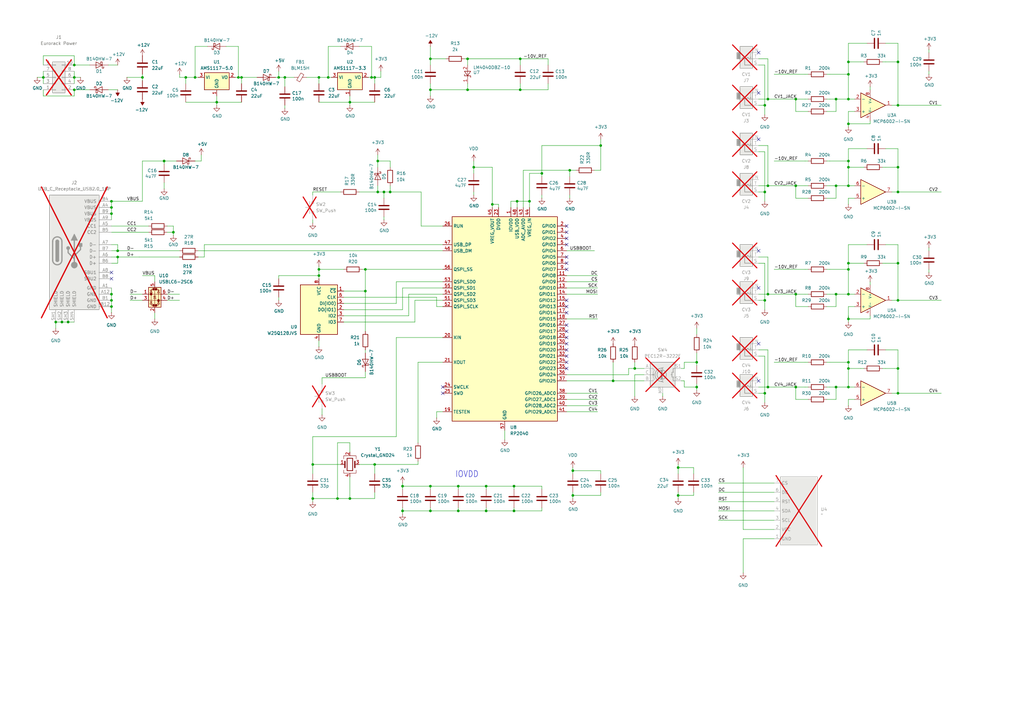
<source format=kicad_sch>
(kicad_sch (version 20231120) (generator "eeschema") (generator_version "8.0")
  (paper "A3")
  (junction (at 187.96 199.39))
  (junction (at 176.53 36.83))
  (junction (at 347.98 25.4))
  (junction (at 347.98 107.95))
  (junction (at 210.82 199.39))
  (junction (at 313.69 78.74))
  (junction (at 201.93 83.82))
  (junction (at 153.67 190.5))
  (junction (at 99.06 31.75))
  (junction (at 45.72 87.63))
  (junction (at 212.09 82.55))
  (junction (at 130.81 31.75))
  (junction (at 45.72 85.09))
  (junction (at 342.9 76.2))
  (junction (at 347.98 158.75))
  (junction (at 347.98 110.49))
  (junction (at 213.36 24.13))
  (junction (at 153.67 31.75))
  (junction (at 116.84 31.75))
  (junction (at 222.25 71.12))
  (junction (at 128.27 204.47))
  (junction (at 347.98 130.81))
  (junction (at 149.86 110.49))
  (junction (at 30.48 31.75))
  (junction (at 199.39 209.55))
  (junction (at 246.38 59.69))
  (junction (at 347.98 120.65))
  (junction (at 176.53 199.39))
  (junction (at 58.42 31.75))
  (junction (at 48.26 102.87))
  (junction (at 154.94 66.04))
  (junction (at 143.51 41.91))
  (junction (at 45.72 82.55))
  (junction (at 176.53 24.13))
  (junction (at 342.9 40.64))
  (junction (at 314.96 120.65))
  (junction (at 368.3 123.19))
  (junction (at 154.94 78.74))
  (junction (at 347.98 148.59))
  (junction (at 152.4 31.75))
  (junction (at 342.9 158.75))
  (junction (at 130.81 110.49))
  (junction (at 199.39 199.39))
  (junction (at 326.39 158.75))
  (junction (at 160.02 78.74))
  (junction (at 368.3 68.58))
  (junction (at 260.35 151.13))
  (junction (at 313.69 123.19))
  (junction (at 234.95 193.04))
  (junction (at 347.98 50.8))
  (junction (at 326.39 40.64))
  (junction (at 165.1 199.39))
  (junction (at 76.2 31.75))
  (junction (at 278.13 191.77))
  (junction (at 368.3 151.13))
  (junction (at 22.86 132.08))
  (junction (at 194.31 68.58))
  (junction (at 314.96 40.64))
  (junction (at 368.3 107.95))
  (junction (at 326.39 76.2))
  (junction (at 191.77 24.13))
  (junction (at 368.3 78.74))
  (junction (at 88.9 41.91))
  (junction (at 30.48 36.83))
  (junction (at 217.17 82.55))
  (junction (at 191.77 36.83))
  (junction (at 347.98 68.58))
  (junction (at 176.53 209.55))
  (junction (at 17.78 31.75))
  (junction (at 213.36 36.83))
  (junction (at 234.95 203.2))
  (junction (at 71.12 95.25))
  (junction (at 114.3 31.75))
  (junction (at 342.9 120.65))
  (junction (at 128.27 190.5))
  (junction (at 187.96 209.55))
  (junction (at 233.68 69.85))
  (junction (at 368.3 25.4))
  (junction (at 143.51 204.47))
  (junction (at 67.31 66.04))
  (junction (at 149.86 119.38))
  (junction (at 210.82 209.55))
  (junction (at 138.43 204.47))
  (junction (at 45.72 125.73))
  (junction (at 347.98 40.64))
  (junction (at 347.98 151.13))
  (junction (at 285.75 148.59))
  (junction (at 251.46 156.21))
  (junction (at 27.94 132.08))
  (junction (at 278.13 203.2))
  (junction (at 165.1 209.55))
  (junction (at 347.98 30.48))
  (junction (at 30.48 26.67))
  (junction (at 45.72 120.65))
  (junction (at 97.79 31.75))
  (junction (at 25.4 132.08))
  (junction (at 313.69 161.29))
  (junction (at 314.96 76.2))
  (junction (at 347.98 76.2))
  (junction (at 326.39 120.65))
  (junction (at 157.48 78.74))
  (junction (at 80.01 31.75))
  (junction (at 368.3 161.29))
  (junction (at 347.98 66.04))
  (junction (at 134.62 31.75))
  (junction (at 48.26 105.41))
  (junction (at 285.75 158.75))
  (junction (at 130.81 113.03))
  (junction (at 313.69 43.18))
  (junction (at 314.96 158.75))
  (junction (at 45.72 123.19))
  (junction (at 368.3 43.18))
  (no_connect (at 232.41 105.41))
  (no_connect (at 232.41 143.51))
  (no_connect (at 232.41 125.73))
  (no_connect (at 311.15 21.59))
  (no_connect (at 311.15 156.21))
  (no_connect (at 232.41 138.43))
  (no_connect (at 45.72 111.76))
  (no_connect (at 232.41 148.59))
  (no_connect (at 232.41 95.25))
  (no_connect (at 232.41 100.33))
  (no_connect (at 45.72 114.3))
  (no_connect (at 232.41 151.13))
  (no_connect (at 232.41 133.35))
  (no_connect (at 232.41 135.89))
  (no_connect (at 311.15 57.15))
  (no_connect (at 232.41 140.97))
  (no_connect (at 232.41 146.05))
  (no_connect (at 311.15 102.87))
  (no_connect (at 232.41 128.27))
  (no_connect (at 232.41 110.49))
  (no_connect (at 311.15 38.1))
  (no_connect (at 232.41 92.71))
  (no_connect (at 311.15 140.97))
  (no_connect (at 232.41 123.19))
  (no_connect (at 311.15 118.11))
  (no_connect (at 232.41 97.79))
  (no_connect (at 181.61 158.75))
  (no_connect (at 181.61 161.29))
  (no_connect (at 232.41 107.95))
  (wire (pts (xy 347.98 151.13) (xy 347.98 158.75)) (stroke (width 0.1524)))
  (wire (pts (xy 156.21 29.21) (xy 156.21 31.75)))
  (wire (pts (xy 347.98 83.82) (xy 347.98 81.28)) (stroke (width 0.1524)))
  (wire (pts (xy 17.78 39.37) (xy 30.48 39.37)))
  (wire (pts (xy 67.31 74.93) (xy 67.31 77.47)))
  (wire (pts (xy 339.09 76.2) (xy 340.36 76.2)))
  (wire (pts (xy 153.67 201.93) (xy 153.67 204.47)))
  (wire (pts (xy 314.96 120.65) (xy 317.5 120.65)))
  (wire (pts (xy 234.95 193.04) (xy 234.95 194.31)))
  (wire (pts (xy 340.36 76.2) (xy 342.9 76.2)) (stroke (width 0.1524)))
  (wire (pts (xy 232.41 166.37) (xy 245.11 166.37)))
  (wire (pts (xy 347.98 125.73) (xy 347.98 130.81)) (stroke (width 0.1524)))
  (wire (pts (xy 284.48 201.93) (xy 284.48 203.2)))
  (wire (pts (xy 149.86 119.38) (xy 149.86 135.89)))
  (wire (pts (xy 278.13 203.2) (xy 278.13 204.47)))
  (wire (pts (xy 368.3 100.33) (xy 363.22 100.33)) (stroke (width 0.1524)))
  (wire (pts (xy 68.58 120.65) (xy 73.66 120.65)))
  (wire (pts (xy 365.76 78.74) (xy 368.3 78.74)) (stroke (width 0.1524)))
  (wire (pts (xy 317.5 76.2) (xy 326.39 76.2)) (stroke (width 0.1524)))
  (wire (pts (xy 280.67 148.59) (xy 285.75 148.59)))
  (wire (pts (xy 45.72 123.19) (xy 45.72 125.73)))
  (wire (pts (xy 170.18 132.08) (xy 170.18 123.19)))
  (wire (pts (xy 130.81 139.7) (xy 130.81 142.24)))
  (wire (pts (xy 167.64 129.54) (xy 167.64 120.65)))
  (wire (pts (xy 22.86 132.08) (xy 25.4 132.08)))
  (wire (pts (xy 347.98 52.07) (xy 347.98 50.8)) (stroke (width 0.1524)))
  (wire (pts (xy 232.41 161.29) (xy 245.11 161.29)))
  (wire (pts (xy 160.02 78.74) (xy 172.72 78.74)))
  (wire (pts (xy 114.3 29.21) (xy 114.3 31.75)))
  (wire (pts (xy 58.42 31.75) (xy 58.42 30.48)))
  (wire (pts (xy 234.95 203.2) (xy 234.95 204.47)))
  (wire (pts (xy 347.98 30.48) (xy 347.98 40.64)) (stroke (width 0.1524)))
  (wire (pts (xy 194.31 71.12) (xy 194.31 68.58)))
  (wire (pts (xy 63.5 128.27) (xy 63.5 130.81)))
  (wire (pts (xy 363.22 107.95) (xy 368.3 107.95)) (stroke (width 0.1524)))
  (wire (pts (xy 311.15 123.19) (xy 313.69 123.19)))
  (wire (pts (xy 48.26 102.87) (xy 73.66 102.87)) (stroke (width 0.1524)))
  (wire (pts (xy 88.9 41.91) (xy 99.06 41.91)))
  (wire (pts (xy 128.27 204.47) (xy 128.27 205.74)))
  (wire (pts (xy 17.78 31.75) (xy 17.78 34.29)))
  (wire (pts (xy 326.39 76.2) (xy 330.2 76.2)) (stroke (width 0.1524)))
  (wire (pts (xy 222.25 71.12) (xy 222.25 72.39)))
  (wire (pts (xy 311.15 40.64) (xy 314.96 40.64)))
  (wire (pts (xy 326.39 45.72) (xy 326.39 40.64)))
  (wire (pts (xy 181.61 138.43) (xy 162.56 138.43)))
  (wire (pts (xy 30.48 36.83) (xy 36.83 36.83)))
  (wire (pts (xy 130.81 34.29) (xy 130.81 31.75)))
  (wire (pts (xy 176.53 36.83) (xy 176.53 39.37)))
  (wire (pts (xy 331.47 125.73) (xy 326.39 125.73)))
  (wire (pts (xy 339.09 158.75) (xy 340.36 158.75)))
  (wire (pts (xy 365.76 161.29) (xy 368.3 161.29)) (stroke (width 0.1524)))
  (wire (pts (xy 368.3 17.78) (xy 363.22 17.78)) (stroke (width 0.1524)))
  (wire (pts (xy 143.51 181.61) (xy 138.43 181.61)))
  (wire (pts (xy 232.41 113.03) (xy 245.11 113.03)))
  (wire (pts (xy 45.72 95.25) (xy 60.96 95.25)))
  (wire (pts (xy 381 110.49) (xy 381 111.76)))
  (wire (pts (xy 224.79 24.13) (xy 224.79 26.67)))
  (wire (pts (xy 213.36 36.83) (xy 191.77 36.83)))
  (wire (pts (xy 71.12 95.25) (xy 71.12 92.71)))
  (wire (pts (xy 143.51 41.91) (xy 153.67 41.91)))
  (wire (pts (xy 339.09 125.73) (xy 342.9 125.73)))
  (wire (pts (xy 330.2 66.04) (xy 317.5 66.04)) (stroke (width 0.1524)))
  (wire (pts (xy 224.79 34.29) (xy 224.79 36.83)))
  (wire (pts (xy 170.18 123.19) (xy 181.61 123.19)))
  (wire (pts (xy 57.15 105.41) (xy 73.66 105.41)))
  (wire (pts (xy 381 21.59) (xy 381 20.32)))
  (wire (pts (xy 25.4 132.08) (xy 27.94 132.08)))
  (wire (pts (xy 212.09 82.55) (xy 212.09 85.09)))
  (wire (pts (xy 58.42 66.04) (xy 67.31 66.04)) (stroke (width 0.1524)))
  (wire (pts (xy 347.98 60.96) (xy 347.98 66.04)) (stroke (width 0.1524)))
  (wire (pts (xy 132.08 167.64) (xy 132.08 170.18)))
  (wire (pts (xy 45.72 87.63) (xy 45.72 90.17)))
  (wire (pts (xy 157.48 78.74) (xy 160.02 78.74)))
  (wire (pts (xy 157.48 88.9) (xy 157.48 90.17)))
  (wire (pts (xy 63.5 115.57) (xy 63.5 113.03)))
  (wire (pts (xy 45.72 105.41) (xy 48.26 105.41)) (stroke (width 0.1524)))
  (wire (pts (xy 154.94 78.74) (xy 157.48 78.74)))
  (wire (pts (xy 326.39 81.28) (xy 326.39 76.2)))
  (wire (pts (xy 246.38 194.31) (xy 246.38 193.04)))
  (wire (pts (xy 99.06 31.75) (xy 99.06 34.29)))
  (wire (pts (xy 278.13 190.5) (xy 278.13 191.77)))
  (wire (pts (xy 172.72 78.74) (xy 172.72 92.71)))
  (wire (pts (xy 234.95 203.2) (xy 234.95 201.93)))
  (wire (pts (xy 210.82 199.39) (xy 222.25 199.39)))
  (wire (pts (xy 361.95 68.58) (xy 363.22 68.58)))
  (wire (pts (xy 251.46 156.21) (xy 251.46 148.59)))
  (wire (pts (xy 45.72 125.73) (xy 45.72 128.27)))
  (wire (pts (xy 313.69 146.05) (xy 313.69 161.29)))
  (wire (pts (xy 97.79 31.75) (xy 97.79 19.05)))
  (wire (pts (xy 342.9 40.64) (xy 347.98 40.64)) (stroke (width 0.1524)))
  (wire (pts (xy 140.97 124.46) (xy 162.56 124.46)))
  (wire (pts (xy 246.38 69.85) (xy 243.84 69.85)))
  (wire (pts (xy 347.98 17.78) (xy 347.98 25.4)) (stroke (width 0.1524)))
  (wire (pts (xy 363.22 68.58) (xy 368.3 68.58)) (stroke (width 0.1524)))
  (wire (pts (xy 356.87 49.53) (xy 356.87 50.8)))
  (wire (pts (xy 314.96 158.75) (xy 317.5 158.75)))
  (wire (pts (xy 140.97 129.54) (xy 167.64 129.54)))
  (wire (pts (xy 213.36 34.29) (xy 213.36 36.83)))
  (wire (pts (xy 153.67 190.5) (xy 147.32 190.5)))
  (wire (pts (xy 347.98 76.2) (xy 350.52 76.2)) (stroke (width 0.1524)))
  (wire (pts (xy 73.66 30.48) (xy 73.66 31.75)))
  (wire (pts (xy 153.67 31.75) (xy 152.4 31.75)))
  (wire (pts (xy 88.9 39.37) (xy 88.9 41.91)))
  (wire (pts (xy 30.48 26.67) (xy 36.83 26.67)))
  (wire (pts (xy 157.48 78.74) (xy 157.48 81.28)))
  (wire (pts (xy 172.72 92.71) (xy 181.61 92.71)))
  (wire (pts (xy 176.53 209.55) (xy 187.96 209.55)))
  (wire (pts (xy 331.47 45.72) (xy 326.39 45.72)))
  (wire (pts (xy 73.66 31.75) (xy 76.2 31.75)))
  (wire (pts (xy 353.06 107.95) (xy 354.33 107.95)))
  (wire (pts (xy 194.31 78.74) (xy 194.31 80.01)))
  (wire (pts (xy 246.38 203.2) (xy 234.95 203.2)))
  (wire (pts (xy 128.27 179.07) (xy 128.27 190.5)))
  (wire (pts (xy 356.87 50.8) (xy 347.98 50.8)))
  (wire (pts (xy 285.75 158.75) (xy 285.75 160.02)))
  (wire (pts (xy 130.81 41.91) (xy 143.51 41.91)))
  (wire (pts (xy 76.2 31.75) (xy 80.01 31.75)))
  (wire (pts (xy 167.64 120.65) (xy 181.61 120.65)))
  (wire (pts (xy 130.81 109.22) (xy 130.81 110.49)))
  (wire (pts (xy 160.02 66.04) (xy 154.94 66.04)))
  (wire (pts (xy 347.98 148.59) (xy 347.98 151.13)) (stroke (width 0.1524)))
  (wire (pts (xy 347.98 66.04) (xy 347.98 68.58)) (stroke (width 0.1524)))
  (wire (pts (xy 342.9 45.72) (xy 342.9 40.64)))
  (wire (pts (xy 116.84 31.75) (xy 116.84 35.56)))
  (wire (pts (xy 194.31 68.58) (xy 201.93 68.58)))
  (wire (pts (xy 339.09 40.64) (xy 340.36 40.64)))
  (wire (pts (xy 232.41 156.21) (xy 251.46 156.21)))
  (wire (pts (xy 246.38 57.15) (xy 246.38 59.69)))
  (wire (pts (xy 257.81 151.13) (xy 260.35 151.13)))
  (wire (pts (xy 45.72 107.95) (xy 48.26 107.95)))
  (wire (pts (xy 53.34 123.19) (xy 58.42 123.19)))
  (wire (pts (xy 339.09 30.48) (xy 340.36 30.48)))
  (wire (pts (xy 154.94 63.5) (xy 154.94 66.04)))
  (wire (pts (xy 317.5 120.65) (xy 326.39 120.65)) (stroke (width 0.1524)))
  (wire (pts (xy 347.98 158.75) (xy 350.52 158.75)) (stroke (width 0.1524)))
  (wire (pts (xy 381 29.21) (xy 381 30.48)))
  (wire (pts (xy 311.15 146.05) (xy 313.69 146.05)))
  (wire (pts (xy 222.25 59.69) (xy 222.25 71.12)))
  (wire (pts (xy 147.32 19.05) (xy 152.4 19.05)))
  (wire (pts (xy 284.48 191.77) (xy 278.13 191.77)))
  (wire (pts (xy 232.41 153.67) (xy 257.81 153.67)))
  (wire (pts (xy 233.68 72.39) (xy 233.68 69.85)))
  (wire (pts (xy 92.71 19.05) (xy 97.79 19.05)))
  (wire (pts (xy 149.86 143.51) (xy 149.86 144.78)))
  (wire (pts (xy 368.3 107.95) (xy 368.3 100.33)) (stroke (width 0.1524)))
  (wire (pts (xy 339.09 110.49) (xy 340.36 110.49)))
  (wire (pts (xy 330.2 148.59) (xy 331.47 148.59)))
  (wire (pts (xy 199.39 199.39) (xy 199.39 200.66)))
  (wire (pts (xy 30.48 29.21) (xy 30.48 31.75)))
  (wire (pts (xy 278.13 203.2) (xy 278.13 201.93)))
  (wire (pts (xy 83.82 100.33) (xy 181.61 100.33)))
  (wire (pts (xy 201.93 68.58) (xy 201.93 83.82)))
  (wire (pts (xy 143.51 39.37) (xy 143.51 41.91)))
  (wire (pts (xy 152.4 31.75) (xy 151.13 31.75)))
  (wire (pts (xy 48.26 105.41) (xy 48.26 107.95)))
  (wire (pts (xy 209.55 82.55) (xy 209.55 85.09)))
  (wire (pts (xy 114.3 31.75) (xy 116.84 31.75)))
  (wire (pts (xy 285.75 158.75) (xy 285.75 157.48)))
  (wire (pts (xy 165.1 199.39) (xy 165.1 200.66)))
  (wire (pts (xy 171.45 190.5) (xy 153.67 190.5)))
  (wire (pts (xy 199.39 209.55) (xy 199.39 208.28)))
  (wire (pts (xy 294.64 209.55) (xy 317.5 209.55)))
  (wire (pts (xy 76.2 34.29) (xy 76.2 31.75)))
  (wire (pts (xy 176.53 24.13) (xy 176.53 26.67)))
  (wire (pts (xy 201.93 83.82) (xy 204.47 83.82)))
  (wire (pts (xy 363.22 151.13) (xy 368.3 151.13)) (stroke (width 0.1524)))
  (wire (pts (xy 363.22 25.4) (xy 368.3 25.4)) (stroke (width 0.1524)))
  (wire (pts (xy 330.2 66.04) (xy 331.47 66.04)))
  (wire (pts (xy 368.3 78.74) (xy 368.3 68.58)) (stroke (width 0.1524)))
  (wire (pts (xy 116.84 31.75) (xy 120.65 31.75)))
  (wire (pts (xy 45.72 102.87) (xy 48.26 102.87)) (stroke (width 0.1524)))
  (wire (pts (xy 311.15 59.69) (xy 314.96 59.69)))
  (wire (pts (xy 179.07 121.92) (xy 140.97 121.92)))
  (wire (pts (xy 311.15 62.23) (xy 313.69 62.23)))
  (wire (pts (xy 356.87 115.57) (xy 356.87 116.84)))
  (wire (pts (xy 232.41 120.65) (xy 245.11 120.65)))
  (wire (pts (xy 222.25 199.39) (xy 222.25 200.66)))
  (wire (pts (xy 260.35 151.13) (xy 260.35 148.59)))
  (wire (pts (xy 68.58 123.19) (xy 73.66 123.19)))
  (wire (pts (xy 347.98 25.4) (xy 347.98 30.48)) (stroke (width 0.1524)))
  (wire (pts (xy 190.5 24.13) (xy 191.77 24.13)))
  (wire (pts (xy 339.09 45.72) (xy 342.9 45.72)))
  (wire (pts (xy 214.63 69.85) (xy 214.63 85.09)))
  (wire (pts (xy 313.69 107.95) (xy 313.69 123.19)))
  (wire (pts (xy 347.98 120.65) (xy 350.52 120.65)) (stroke (width 0.1524)))
  (wire (pts (xy 311.15 43.18) (xy 313.69 43.18)))
  (wire (pts (xy 347.98 30.48) (xy 340.36 30.48)) (stroke (width 0.1524)))
  (wire (pts (xy 160.02 76.2) (xy 160.02 78.74)))
  (wire (pts (xy 353.06 68.58) (xy 354.33 68.58)))
  (wire (pts (xy 368.3 43.18) (xy 386.08 43.18)) (stroke (width 0.1524)))
  (wire (pts (xy 162.56 138.43) (xy 162.56 179.07)))
  (wire (pts (xy 176.53 19.05) (xy 176.53 24.13)))
  (wire (pts (xy 355.6 17.78) (xy 347.98 17.78)) (stroke (width 0.1524)))
  (wire (pts (xy 353.06 68.58) (xy 347.98 68.58)) (stroke (width 0.1524)))
  (wire (pts (xy 330.2 110.49) (xy 317.5 110.49)) (stroke (width 0.1524)))
  (wire (pts (xy 176.53 34.29) (xy 176.53 36.83)))
  (wire (pts (xy 17.78 22.86) (xy 30.48 22.86)))
  (wire (pts (xy 222.25 80.01) (xy 222.25 81.28)))
  (wire (pts (xy 81.28 105.41) (xy 83.82 105.41)))
  (wire (pts (xy 143.51 43.18) (xy 143.51 41.91)))
  (wire (pts (xy 330.2 40.64) (xy 331.47 40.64)))
  (wire (pts (xy 156.21 31.75) (xy 153.67 31.75)))
  (wire (pts (xy 340.36 40.64) (xy 342.9 40.64)) (stroke (width 0.1524)))
  (wire (pts (xy 165.1 210.82) (xy 165.1 209.55)))
  (wire (pts (xy 340.36 158.75) (xy 342.9 158.75)) (stroke (width 0.1524)))
  (wire (pts (xy 347.98 50.8) (xy 347.98 45.72)) (stroke (width 0.1524)))
  (wire (pts (xy 368.3 151.13) (xy 368.3 143.51)) (stroke (width 0.1524)))
  (wire (pts (xy 278.13 191.77) (xy 278.13 194.31)))
  (wire (pts (xy 81.28 102.87) (xy 181.61 102.87)))
  (wire (pts (xy 313.69 165.1) (xy 313.69 161.29)))
  (wire (pts (xy 114.3 121.92) (xy 114.3 123.19)))
  (wire (pts (xy 176.53 209.55) (xy 176.53 208.28)))
  (wire (pts (xy 353.06 151.13) (xy 347.98 151.13)) (stroke (width 0.1524)))
  (wire (pts (xy 30.48 31.75) (xy 30.48 34.29)))
  (wire (pts (xy 347.98 66.04) (xy 340.36 66.04)) (stroke (width 0.1524)))
  (wire (pts (xy 311.15 105.41) (xy 314.96 105.41)))
  (wire (pts (xy 52.07 31.75) (xy 58.42 31.75)))
  (wire (pts (xy 187.96 199.39) (xy 199.39 199.39)))
  (wire (pts (xy 134.62 19.05) (xy 134.62 31.75)))
  (wire (pts (xy 311.15 143.51) (xy 314.96 143.51)))
  (wire (pts (xy 171.45 148.59) (xy 181.61 148.59)))
  (wire (pts (xy 82.55 66.04) (xy 80.01 66.04)))
  (wire (pts (xy 342.9 125.73) (xy 342.9 120.65)))
  (wire (pts (xy 116.84 43.18) (xy 116.84 44.45)))
  (wire (pts (xy 176.53 199.39) (xy 187.96 199.39)))
  (wire (pts (xy 125.73 31.75) (xy 130.81 31.75)))
  (wire (pts (xy 314.96 143.51) (xy 314.96 158.75)))
  (wire (pts (xy 313.69 26.67) (xy 313.69 43.18)))
  (wire (pts (xy 143.51 185.42) (xy 143.51 181.61)))
  (wire (pts (xy 353.06 107.95) (xy 347.98 107.95)) (stroke (width 0.1524)))
  (wire (pts (xy 368.3 143.51) (xy 363.22 143.51)) (stroke (width 0.1524)))
  (wire (pts (xy 260.35 153.67) (xy 264.16 153.67)))
  (wire (pts (xy 257.81 153.67) (xy 257.81 151.13)))
  (wire (pts (xy 368.3 25.4) (xy 368.3 43.18)) (stroke (width 0.1524)))
  (wire (pts (xy 313.69 127) (xy 313.69 123.19)))
  (wire (pts (xy 330.2 30.48) (xy 331.47 30.48)))
  (wire (pts (xy 311.15 24.13) (xy 314.96 24.13)))
  (wire (pts (xy 58.42 82.55) (xy 58.42 66.04)) (stroke (width 0.1524)))
  (wire (pts (xy 179.07 168.91) (xy 179.07 171.45)))
  (wire (pts (xy 339.09 66.04) (xy 340.36 66.04)))
  (wire (pts (xy 45.72 85.09) (xy 45.72 87.63)) (stroke (width 0.1524)))
  (wire (pts (xy 330.2 30.48) (xy 317.5 30.48)) (stroke (width 0.1524)))
  (wire (pts (xy 347.98 163.83) (xy 350.52 163.83)) (stroke (width 0.1524)))
  (wire (pts (xy 304.8 191.77) (xy 304.8 217.17)))
  (wire (pts (xy 304.8 217.17) (xy 317.5 217.17)))
  (wire (pts (xy 342.9 158.75) (xy 347.98 158.75)) (stroke (width 0.1524)))
  (wire (pts (xy 294.64 201.93) (xy 317.5 201.93)))
  (wire (pts (xy 342.9 120.65) (xy 347.98 120.65)) (stroke (width 0.1524)))
  (wire (pts (xy 76.2 41.91) (xy 88.9 41.91)))
  (wire (pts (xy 201.93 85.09) (xy 201.93 83.82)))
  (wire (pts (xy 210.82 209.55) (xy 210.82 208.28)))
  (wire (pts (xy 130.81 113.03) (xy 130.81 114.3)))
  (wire (pts (xy 128.27 201.93) (xy 128.27 204.47)))
  (wire (pts (xy 176.53 24.13) (xy 182.88 24.13)))
  (wire (pts (xy 204.47 83.82) (xy 204.47 85.09)))
  (wire (pts (xy 187.96 209.55) (xy 187.96 208.28)))
  (wire (pts (xy 33.02 31.75) (xy 30.48 31.75)))
  (wire (pts (xy 233.68 69.85) (xy 236.22 69.85)))
  (wire (pts (xy 317.5 40.64) (xy 326.39 40.64)) (stroke (width 0.1524)))
  (wire (pts (xy 314.96 40.64) (xy 317.5 40.64)))
  (wire (pts (xy 45.72 118.11) (xy 45.72 120.65)))
  (wire (pts (xy 232.41 163.83) (xy 245.11 163.83)))
  (wire (pts (xy 82.55 63.5) (xy 82.55 66.04)))
  (wire (pts (xy 162.56 124.46) (xy 162.56 115.57)))
  (wire (pts (xy 279.4 156.21) (xy 280.67 156.21)))
  (wire (pts (xy 279.4 151.13) (xy 280.67 151.13)))
  (wire (pts (xy 222.25 59.69) (xy 246.38 59.69)))
  (wire (pts (xy 326.39 163.83) (xy 326.39 158.75)))
  (wire (pts (xy 15.24 31.75) (xy 17.78 31.75)))
  (wire (pts (xy 165.1 127) (xy 165.1 118.11)))
  (wire (pts (xy 139.7 19.05) (xy 134.62 19.05)))
  (wire (pts (xy 130.81 31.75) (xy 134.62 31.75)))
  (wire (pts (xy 246.38 193.04) (xy 234.95 193.04)))
  (wire (pts (xy 347.98 130.81) (xy 347.98 129.54)))
  (wire (pts (xy 311.15 78.74) (xy 313.69 78.74)))
  (wire (pts (xy 160.02 68.58) (xy 160.02 66.04)))
  (wire (pts (xy 368.3 107.95) (xy 368.3 123.19)) (stroke (width 0.1524)))
  (wire (pts (xy 361.95 151.13) (xy 363.22 151.13)))
  (wire (pts (xy 96.52 31.75) (xy 97.79 31.75)))
  (wire (pts (xy 83.82 105.41) (xy 83.82 100.33)))
  (wire (pts (xy 181.61 110.49) (xy 149.86 110.49)))
  (wire (pts (xy 132.08 157.48) (xy 132.08 154.94)))
  (wire (pts (xy 353.06 151.13) (xy 354.33 151.13)))
  (wire (pts (xy 181.61 168.91) (xy 179.07 168.91)))
  (wire (pts (xy 353.06 25.4) (xy 354.33 25.4)))
  (wire (pts (xy 58.42 113.03) (xy 63.5 113.03)))
  (wire (pts (xy 285.75 144.78) (xy 285.75 148.59)))
  (wire (pts (xy 342.9 76.2) (xy 347.98 76.2)) (stroke (width 0.1524)))
  (wire (pts (xy 17.78 36.83) (xy 17.78 39.37)))
  (wire (pts (xy 128.27 90.17) (xy 128.27 91.44)))
  (wire (pts (xy 347.98 110.49) (xy 340.36 110.49)) (stroke (width 0.1524)))
  (wire (pts (xy 162.56 115.57) (xy 181.61 115.57)))
  (wire (pts (xy 313.69 46.99) (xy 313.69 43.18)))
  (wire (pts (xy 347.98 148.59) (xy 340.36 148.59)) (stroke (width 0.1524)))
  (wire (pts (xy 347.98 45.72) (xy 350.52 45.72)) (stroke (width 0.1524)))
  (wire (pts (xy 381 102.87) (xy 381 101.6)))
  (wire (pts (xy 67.31 66.04) (xy 67.31 67.31)) (stroke (width 0.1524)))
  (wire (pts (xy 246.38 201.93) (xy 246.38 203.2)))
  (wire (pts (xy 17.78 29.21) (xy 17.78 31.75)))
  (wire (pts (xy 154.94 66.04) (xy 154.94 68.58)))
  (wire (pts (xy 217.17 85.09) (xy 217.17 82.55)))
  (wire (pts (xy 67.31 66.04) (xy 72.39 66.04)))
  (wire (pts (xy 130.81 110.49) (xy 140.97 110.49)))
  (wire (pts (xy 134.62 31.75) (xy 135.89 31.75)))
  (wire (pts (xy 246.38 59.69) (xy 246.38 69.85)))
  (wire (pts (xy 356.87 130.81) (xy 356.87 129.54)))
  (wire (pts (xy 222.25 209.55) (xy 222.25 208.28)))
  (wire (pts (xy 232.41 102.87) (xy 243.84 102.87)))
  (wire (pts (xy 114.3 31.75) (xy 113.03 31.75)))
  (wire (pts (xy 285.75 148.59) (xy 285.75 149.86)))
  (wire (pts (xy 314.96 24.13) (xy 314.96 40.64)))
  (wire (pts (xy 294.64 205.74) (xy 317.5 205.74)))
  (wire (pts (xy 171.45 189.23) (xy 171.45 190.5)))
  (wire (pts (xy 128.27 80.01) (xy 128.27 78.74)))
  (wire (pts (xy 347.98 125.73) (xy 350.52 125.73)) (stroke (width 0.1524)))
  (wire (pts (xy 280.67 156.21) (xy 280.67 158.75)))
  (wire (pts (xy 365.76 123.19) (xy 368.3 123.19)) (stroke (width 0.1524)))
  (wire (pts (xy 143.51 195.58) (xy 143.51 204.47)))
  (wire (pts (xy 339.09 81.28) (xy 342.9 81.28)))
  (wire (pts (xy 114.3 113.03) (xy 130.81 113.03)))
  (wire (pts (xy 330.2 148.59) (xy 317.5 148.59)) (stroke (width 0.1524)))
  (wire (pts (xy 22.86 132.08) (xy 22.86 134.62)))
  (wire (pts (xy 27.94 132.08) (xy 30.48 132.08)))
  (wire (pts (xy 355.6 100.33) (xy 347.98 100.33)) (stroke (width 0.1524)))
  (wire (pts (xy 191.77 24.13) (xy 191.77 26.67)))
  (wire (pts (xy 304.8 220.98) (xy 304.8 234.95)))
  (wire (pts (xy 347.98 132.08) (xy 347.98 130.81)) (stroke (width 0.1524)))
  (wire (pts (xy 165.1 209.55) (xy 176.53 209.55)))
  (wire (pts (xy 138.43 204.47) (xy 128.27 204.47)))
  (wire (pts (xy 340.36 120.65) (xy 342.9 120.65)) (stroke (width 0.1524)))
  (wire (pts (xy 179.07 125.73) (xy 179.07 121.92)))
  (wire (pts (xy 326.39 158.75) (xy 330.2 158.75)) (stroke (width 0.1524)))
  (wire (pts (xy 199.39 199.39) (xy 210.82 199.39)))
  (wire (pts (xy 339.09 163.83) (xy 342.9 163.83)))
  (wire (pts (xy 232.41 168.91) (xy 245.11 168.91)))
  (wire (pts (xy 128.27 190.5) (xy 128.27 194.31)))
  (wire (pts (xy 311.15 26.67) (xy 313.69 26.67)))
  (wire (pts (xy 210.82 209.55) (xy 222.25 209.55)))
  (wire (pts (xy 317.5 158.75) (xy 326.39 158.75)) (stroke (width 0.1524)))
  (wire (pts (xy 153.67 31.75) (xy 153.67 34.29)))
  (wire (pts (xy 368.3 161.29) (xy 368.3 151.13)) (stroke (width 0.1524)))
  (wire (pts (xy 165.1 198.12) (xy 165.1 199.39)))
  (wire (pts (xy 330.2 120.65) (xy 331.47 120.65)))
  (wire (pts (xy 355.6 143.51) (xy 347.98 143.51)) (stroke (width 0.1524)))
  (wire (pts (xy 361.95 25.4) (xy 363.22 25.4)))
  (wire (pts (xy 85.09 19.05) (xy 80.01 19.05)))
  (wire (pts (xy 294.64 213.36) (xy 317.5 213.36)))
  (wire (pts (xy 232.41 130.81) (xy 245.11 130.81)))
  (wire (pts (xy 294.64 198.12) (xy 317.5 198.12)))
  (wire (pts (xy 147.32 78.74) (xy 154.94 78.74)))
  (wire (pts (xy 356.87 35.56) (xy 356.87 36.83)))
  (wire (pts (xy 339.09 148.59) (xy 340.36 148.59)))
  (wire (pts (xy 97.79 31.75) (xy 99.06 31.75)))
  (wire (pts (xy 311.15 107.95) (xy 313.69 107.95)))
  (wire (pts (xy 71.12 96.52) (xy 71.12 95.25)))
  (wire (pts (xy 199.39 209.55) (xy 210.82 209.55)))
  (wire (pts (xy 154.94 76.2) (xy 154.94 78.74)))
  (wire (pts (xy 304.8 220.98) (xy 317.5 220.98)))
  (wire (pts (xy 347.98 107.95) (xy 347.98 110.49)) (stroke (width 0.1524)))
  (wire (pts (xy 191.77 36.83) (xy 176.53 36.83)))
  (wire (pts (xy 313.69 62.23) (xy 313.69 78.74)))
  (wire (pts (xy 326.39 40.64) (xy 330.2 40.64)) (stroke (width 0.1524)))
  (wire (pts (xy 326.39 125.73) (xy 326.39 120.65)))
  (wire (pts (xy 368.3 78.74) (xy 386.08 78.74)) (stroke (width 0.1524)))
  (wire (pts (xy 361.95 107.95) (xy 363.22 107.95)))
  (wire (pts (xy 148.59 110.49) (xy 149.86 110.49)))
  (wire (pts (xy 284.48 194.31) (xy 284.48 191.77)))
  (wire (pts (xy 217.17 82.55) (xy 212.09 82.55)))
  (wire (pts (xy 88.9 43.18) (xy 88.9 41.91)))
  (wire (pts (xy 149.86 154.94) (xy 149.86 152.4)))
  (wire (pts (xy 162.56 179.07) (xy 128.27 179.07)))
  (wire (pts (xy 132.08 154.94) (xy 149.86 154.94)))
  (wire (pts (xy 176.53 199.39) (xy 176.53 200.66)))
  (wire (pts (xy 80.01 31.75) (xy 81.28 31.75)))
  (wire (pts (xy 45.72 92.71) (xy 60.96 92.71)))
  (wire (pts (xy 48.26 105.41) (xy 57.15 105.41)) (stroke (width 0.1524)))
  (wire (pts (xy 149.86 110.49) (xy 149.86 119.38)))
  (wire (pts (xy 311.15 120.65) (xy 314.96 120.65)))
  (wire (pts (xy 368.3 68.58) (xy 368.3 60.96)) (stroke (width 0.1524)))
  (wire (pts (xy 214.63 69.85) (xy 233.68 69.85)))
  (wire (pts (xy 280.67 158.75) (xy 285.75 158.75)))
  (wire (pts (xy 187.96 199.39) (xy 187.96 200.66)))
  (wire (pts (xy 232.41 118.11) (xy 245.11 118.11)))
  (wire (pts (xy 260.35 162.56) (xy 260.35 153.67)))
  (wire (pts (xy 285.75 134.62) (xy 285.75 137.16)))
  (wire (pts (xy 48.26 26.67) (xy 44.45 26.67)))
  (wire (pts (xy 330.2 76.2) (xy 331.47 76.2)))
  (wire (pts (xy 213.36 24.13) (xy 213.36 26.67)))
  (wire (pts (xy 326.39 120.65) (xy 330.2 120.65)) (stroke (width 0.1524)))
  (wire (pts (xy 368.3 60.96) (xy 363.22 60.96)) (stroke (width 0.1524)))
  (wire (pts (xy 368.3 123.19) (xy 386.08 123.19)) (stroke (width 0.1524)))
  (wire (pts (xy 165.1 199.39) (xy 176.53 199.39)))
  (wire (pts (xy 284.48 203.2) (xy 278.13 203.2)))
  (wire (pts (xy 128.27 78.74) (xy 139.7 78.74)))
  (wire (pts (xy 210.82 199.39) (xy 210.82 200.66)))
  (wire (pts (xy 149.86 119.38) (xy 140.97 119.38)))
  (wire (pts (xy 330.2 110.49) (xy 331.47 110.49)))
  (wire (pts (xy 342.9 163.83) (xy 342.9 158.75)))
  (wire (pts (xy 347.98 68.58) (xy 347.98 76.2)) (stroke (width 0.1524)))
  (wire (pts (xy 80.01 19.05) (xy 80.01 31.75)))
  (wire (pts (xy 313.69 82.55) (xy 313.69 78.74)))
  (wire (pts (xy 271.78 161.29) (xy 271.78 162.56)))
  (wire (pts (xy 48.26 100.33) (xy 48.26 102.87)))
  (wire (pts (xy 165.1 209.55) (xy 165.1 208.28)))
  (wire (pts (xy 347.98 81.28) (xy 350.52 81.28)) (stroke (width 0.1524)))
  (wire (pts (xy 130.81 110.49) (xy 130.81 113.03)))
  (wire (pts (xy 143.51 204.47) (xy 138.43 204.47)))
  (wire (pts (xy 171.45 181.61) (xy 171.45 148.59)))
  (wire (pts (xy 331.47 81.28) (xy 326.39 81.28)))
  (wire (pts (xy 194.31 66.04) (xy 194.31 68.58)))
  (wire (pts (xy 152.4 19.05) (xy 152.4 31.75)))
  (wire (pts (xy 105.41 31.75) (xy 99.06 31.75)))
  (wire (pts (xy 153.67 204.47) (xy 143.51 204.47)))
  (wire (pts (xy 314.96 105.41) (xy 314.96 120.65)))
  (wire (pts (xy 368.3 161.29) (xy 386.08 161.29)) (stroke (width 0.1524)))
  (wire (pts (xy 44.45 36.83) (xy 48.26 36.83)))
  (wire (pts (xy 264.16 156.21) (xy 251.46 156.21)))
  (wire (pts (xy 165.1 118.11) (xy 181.61 118.11)))
  (wire (pts (xy 71.12 92.71) (xy 68.58 92.71)))
  (wire (pts (xy 45.72 82.55) (xy 45.72 85.09)) (stroke (width 0.1524)))
  (wire (pts (xy 138.43 181.61) (xy 138.43 204.47)))
  (wire (pts (xy 347.98 100.33) (xy 347.98 107.95)) (stroke (width 0.1524)))
  (wire (pts (xy 114.3 114.3) (xy 114.3 113.03)))
  (wire (pts (xy 347.98 166.37) (xy 347.98 163.83)) (stroke (width 0.1524)))
  (wire (pts (xy 234.95 191.77) (xy 234.95 193.04)))
  (wire (pts (xy 232.41 115.57) (xy 245.11 115.57)))
  (wire (pts (xy 314.96 59.69) (xy 314.96 76.2)))
  (wire (pts (xy 213.36 24.13) (xy 224.79 24.13)))
  (wire (pts (xy 140.97 132.08) (xy 170.18 132.08)))
  (wire (pts (xy 207.01 176.53) (xy 207.01 180.34)))
  (wire (pts (xy 191.77 34.29) (xy 191.77 36.83)))
  (wire (pts (xy 153.67 194.31) (xy 153.67 190.5)))
  (wire (pts (xy 368.3 25.4) (xy 368.3 17.78)) (stroke (width 0.1524)))
  (wire (pts (xy 330.2 158.75) (xy 331.47 158.75)))
  (wire (pts (xy 311.15 158.75) (xy 314.96 158.75)))
  (wire (pts (xy 17.78 26.67) (xy 17.78 22.86)))
  (wire (pts (xy 45.72 120.65) (xy 45.72 123.19)))
  (wire (pts (xy 347.98 143.51) (xy 347.98 148.59)) (stroke (width 0.1524)))
  (wire (pts (xy 139.7 190.5) (xy 128.27 190.5)))
  (wire (pts (xy 217.17 71.12) (xy 217.17 82.55)))
  (wire (pts (xy 45.72 82.55) (xy 58.42 82.55)) (stroke (width 0.1524)))
  (wire (pts (xy 212.09 82.55) (xy 209.55 82.55)))
  (wire (pts (xy 347.98 40.64) (xy 350.52 40.64)) (stroke (width 0.1524)))
  (wire (pts (xy 233.68 80.01) (xy 233.68 81.28)))
  (wire (pts (xy 68.58 95.25) (xy 71.12 95.25)))
  (wire (pts (xy 191.77 24.13) (xy 213.36 24.13)))
  (wire (pts (xy 365.76 43.18) (xy 368.3 43.18)) (stroke (width 0.1524)))
  (wire (pts (xy 140.97 127) (xy 165.1 127)))
  (wire (pts (xy 347.98 110.49) (xy 347.98 120.65)) (stroke (width 0.1524)))
  (wire (pts (xy 280.67 151.13) (xy 280.67 148.59)))
  (wire (pts (xy 45.72 100.33) (xy 48.26 100.33)))
  (wire (pts (xy 187.96 209.55) (xy 199.39 209.55)))
  (wire (pts (xy 217.17 71.12) (xy 222.25 71.12)))
  (wire (pts (xy 311.15 161.29) (xy 313.69 161.29)))
  (wire (pts (xy 331.47 163.83) (xy 326.39 163.83)))
  (wire (pts (xy 30.48 39.37) (xy 30.48 36.83)))
  (wire (pts (xy 314.96 76.2) (xy 317.5 76.2)))
  (wire (pts (xy 353.06 25.4) (xy 347.98 25.4)) (stroke (width 0.1524)))
  (wire (pts (xy 347.98 130.81) (xy 356.87 130.81)))
  (wire (pts (xy 30.48 22.86) (xy 30.48 26.67)))
  (wire (pts (xy 342.9 81.28) (xy 342.9 76.2)))
  (wire (pts (xy 181.61 125.73) (xy 179.07 125.73)))
  (wire (pts (xy 264.16 151.13) (xy 260.35 151.13)))
  (wire (pts (xy 53.34 120.65) (xy 58.42 120.65)))
  (wire (pts (xy 58.42 31.75) (xy 58.42 33.02)))
  (wire (pts (xy 224.79 36.83) (xy 213.36 36.83)))
  (wire (pts (xy 311.15 76.2) (xy 314.96 76.2)))
  (wire (pts (xy 355.6 60.96) (xy 347.98 60.96)) (stroke (width 0.1524)))
  (wire (pts (xy 339.09 120.65) (xy 340.36 120.65)))
  (text "IOVDD" (at 186.69 196.088 0) (effects (font (size 2.54 2.159)) (justify left bottom)))
  (label "MOSI" (at 294.64 209.55 0))
  (label "CV2" (at 245.11 163.83 180))
  (label "SCK" (at 294.64 213.36 0))
  (label "-10V_REF" (at 214.63 24.13 0))
  (label "CC2" (at 52.07 95.25 0))
  (label "D-" (at 53.34 120.65 0))
  (label "CV2" (at 381 78.74 0) (effects (font (size 1.2446 1.2446))))
  (label "D+" (at 68.58 123.19 0) (effects (font (size 1.2446 1.2446))))
  (label "DC" (at 245.11 113.03 180))
  (label "D+" (at 52.07 105.41 0) (effects (font (size 1.2446 1.2446))))
  (label "CV4" (at 381 161.29 0) (effects (font (size 1.2446 1.2446))))
  (label "USBBOOT" (at 233.68 102.87 0))
  (label "CV2_JACK" (at 317.5 76.2 0))
  (label "CS" (at 294.64 198.12 0))
  (label "CV3" (at 245.11 166.37 180))
  (label "CV4" (at 245.11 168.91 180))
  (label "D-" (at 68.58 120.65 0))
  (label "CC1" (at 52.07 92.71 0))
  (label "DC" (at 294.64 201.93 0))
  (label "CV3" (at 381 123.19 0) (effects (font (size 1.2446 1.2446))))
  (label "MOSI" (at 245.11 120.65 180))
  (label "-10V_REF" (at 317.5 66.04 0))
  (label "SCK" (at 245.11 118.11 180))
  (label "-10V_REF" (at 317.5 30.48 0))
  (label "USBBOOT" (at 133.35 154.94 0))
  (label "-10V_REF" (at 317.5 148.59 0))
  (label "D-" (at 52.07 102.87 0) (effects (font (size 1.2446 1.2446))))
  (label "RST" (at 294.64 205.74 0))
  (label "RESET" (at 128.27 78.74 0))
  (label "CS" (at 245.11 115.57 180))
  (label "CV1" (at 245.11 161.29 180))
  (label "D+" (at 53.34 123.19 0) (effects (font (size 1.2446 1.2446))))
  (label "CV4_JACK" (at 317.5 158.75 0))
  (label "-10V_REF" (at 317.5 110.49 0))
  (label "CV1" (at 381 43.18 0) (effects (font (size 1.2446 1.2446))))
  (label "VBUS" (at 58.42 113.03 0) (effects (font (size 1.2446 1.2446))))
  (label "CV3_JACK" (at 317.5 120.65 0))
  (label "CV1_JACK" (at 317.5 40.64 0))
  (label "RST" (at 245.11 130.81 180))
  (label "VBUS" (at 52.07 82.55 0) (effects (font (size 1.2446 1.2446))))
  (symbol (lib_id "Device:R") (at 335.28 45.72 270) (unit 1)
    (property "Reference" "R27" (at 332.74 43.18 90) (effects (justify right)))
    (property "Value" "200k" (at 340.614 43.18 90) (effects (justify right)))
    (property "Footprint" "Resistor_SMD:R_0603_1608Metric_Pad0.98x0.95mm_HandSolder" (effects (hide yes)))
    (property "Description" "Resistor" (effects (hide yes)))
  )
  (symbol (lib_id "Device:R") (at 358.14 107.95 270) (unit 1)
    (property "Reference" "R9" (at 355.6 105.41 90) (effects (justify right)))
    (property "Value" "33k" (at 363.474 105.41 90) (effects (justify right)))
    (property "Footprint" "Resistor_SMD:R_0603_1608Metric_Pad0.98x0.95mm_HandSolder" (effects (hide yes)))
    (property "Description" "Resistor" (effects (hide yes)))
  )
  (symbol (lib_id "Device:C") (at 153.67 198.12 0) (unit 1)
    (property "Reference" "C35" (at 156.591 196.9516 0) (effects (justify left)))
    (property "Value" "33p" (at 156.591 199.263 0) (effects (justify left)))
    (property "Footprint" "Capacitor_SMD:C_0603_1608Metric_Pad1.08x0.95mm_HandSolder" (effects (hide yes)))
  )
  (symbol (lib_id "Memory_Flash:W25Q128JVS") (at 130.81 127 0) (mirror y) (unit 1)
    (property "Reference" "U9" (at 121.92 134.112 0) (effects (justify left)))
    (property "Value" "W25Q128JVS" (at 121.92 136.652 0) (effects (justify left)))
    (property "Footprint" "Package_SO:SOIC-8_5.23x5.23mm_P1.27mm" (effects (hide yes)))
    (property "Datasheet" "http://www.winbond.com/resource-files/w25q128jv_dtr%20revc%2003272018%20plus.pdf" (effects (hide yes)))
    (property "Description" "128Mb Serial Flash Memory, Standard/Dual/Quad SPI, SOIC-8" (effects (hide yes)))
  )
  (symbol (lib_id "power:GND") (at 63.5 130.81 0) (unit 1)
    (property "Reference" "#PWR032" (effects (hide yes)))
    (property "Value" "GND" (at 63.5 135.89 0))
    (property "Description" "Power symbol creates a global label with name \"GND\" , ground" (effects (hide yes)))
  )
  (symbol (lib_id "Device:C") (at 116.84 39.37 0) (unit 1)
    (property "Reference" "C17" (at 119.761 38.2016 0) (effects (justify left)))
    (property "Value" "100n" (at 119.761 40.513 0) (effects (justify left)))
    (property "Footprint" "Capacitor_SMD:C_0603_1608Metric_Pad1.08x0.95mm_HandSolder" (effects (hide yes)))
  )
  (symbol (lib_id "Device:R") (at 358.14 25.4 270) (unit 1)
    (property "Reference" "R3" (at 355.6 22.86 90) (effects (justify right)))
    (property "Value" "33k" (at 363.474 22.86 90) (effects (justify right)))
    (property "Footprint" "Resistor_SMD:R_0603_1608Metric_Pad0.98x0.95mm_HandSolder" (effects (hide yes)))
    (property "Description" "Resistor" (effects (hide yes)))
  )
  (symbol (lib_id "Device:R") (at 335.28 125.73 270) (unit 1)
    (property "Reference" "R29" (at 332.74 123.19 90) (effects (justify right)))
    (property "Value" "200k" (at 340.614 123.19 90) (effects (justify right)))
    (property "Footprint" "Resistor_SMD:R_0603_1608Metric_Pad0.98x0.95mm_HandSolder" (effects (hide yes)))
    (property "Description" "Resistor" (effects (hide yes)))
  )
  (symbol (lib_id "Device:C") (at 128.27 198.12 0) (unit 1)
    (property "Reference" "C31" (at 131.191 196.9516 0) (effects (justify left)))
    (property "Value" "33p" (at 131.191 199.263 0) (effects (justify left)))
    (property "Footprint" "Capacitor_SMD:C_0603_1608Metric_Pad1.08x0.95mm_HandSolder" (effects (hide yes)))
  )
  (symbol (lib_id "power:GND") (at 71.12 96.52 0) (unit 1)
    (property "Reference" "#PWR021" (effects (hide yes)))
    (property "Value" "GND" (at 71.12 100.33 0))
    (property "Description" "Power symbol creates a global label with name \"GND\" , ground" (effects (hide yes)))
  )
  (symbol (lib_id "power:GND") (at 381 111.76 0) (unit 1)
    (property "Reference" "#PWR052" (effects (hide yes)))
    (property "Value" "GND" (at 381.127 116.1542 0))
  )
  (symbol (lib_id "Device:C") (at 224.79 30.48 0) (unit 1)
    (property "Reference" "C13" (at 227.711 29.3116 0) (effects (justify left)))
    (property "Value" "100n" (at 227.711 31.623 0) (effects (justify left)))
    (property "Footprint" "Capacitor_SMD:C_0603_1608Metric_Pad1.08x0.95mm_HandSolder" (effects (hide yes)))
  )
  (symbol (lib_id "power:GND") (at 233.68 81.28 0) (unit 1)
    (property "Reference" "#PWR040" (effects (hide yes)))
    (property "Value" "GND" (at 233.807 85.6742 0))
  )
  (symbol (lib_id "Device:R") (at 64.77 95.25 90) (mirror x) (unit 1)
    (property "Reference" "R15" (at 62.865 100.9651 90) (effects (justify left)))
    (property "Value" "5k1" (at 62.865 98.4251 90) (effects (justify left)))
    (property "Footprint" "PCM_Resistor_SMD_AKL:R_0603_1608Metric" (effects (hide yes)))
    (property "Description" "Resistor" (effects (hide yes)))
  )
  (symbol (lib_id "power:VDD") (at 234.95 191.77 0) (unit 1)
    (property "Reference" "#PWR034" (effects (hide yes)))
    (property "Value" "VDD" (at 234.95 186.69 0))
    (property "Description" "Power symbol creates a global label with name \"VDD\"" (effects (hide yes)))
  )
  (symbol (lib_id "power:GND") (at 260.35 162.56 0) (mirror y) (unit 1)
    (property "Reference" "#PWR059" (effects (hide yes)))
    (property "Value" "GND" (at 260.35 167.64 0))
    (property "Description" "Power symbol creates a global label with name \"GND\" , ground" (effects (hide yes)))
  )
  (symbol (lib_id "Device:R") (at 335.28 148.59 270) (unit 1)
    (property "Reference" "R10" (at 332.74 146.05 90) (effects (justify right)))
    (property "Value" "200k" (at 340.614 146.05 90) (effects (justify right)))
    (property "Footprint" "Resistor_SMD:R_0603_1608Metric_Pad0.98x0.95mm_HandSolder" (effects (hide yes)))
    (property "Description" "Resistor" (effects (hide yes)))
  )
  (symbol (lib_id "power:GND") (at 304.8 234.95 0) (mirror y) (unit 1)
    (property "Reference" "#PWR063" (effects (hide yes)))
    (property "Value" "GND" (at 304.8 240.03 0))
    (property "Description" "Power symbol creates a global label with name \"GND\" , ground" (effects (hide yes)))
  )
  (symbol (lib_id "Device:C") (at 234.95 198.12 0) (unit 1)
    (property "Reference" "C24" (at 237.871 196.9516 0) (effects (justify left)))
    (property "Value" "100n" (at 237.871 199.263 0) (effects (justify left)))
    (property "Footprint" "Capacitor_SMD:C_0603_1608Metric_Pad1.08x0.95mm_HandSolder" (effects (hide yes)))
  )
  (symbol (lib_id "Device:R") (at 335.28 66.04 270) (unit 1)
    (property "Reference" "R4" (at 332.74 63.5 90) (effects (justify right)))
    (property "Value" "200k" (at 340.614 63.5 90) (effects (justify right)))
    (property "Footprint" "Resistor_SMD:R_0603_1608Metric_Pad0.98x0.95mm_HandSolder" (effects (hide yes)))
    (property "Description" "Resistor" (effects (hide yes)))
  )
  (symbol (lib_id "power:GND") (at 313.69 82.55 0) (mirror y) (unit 1)
    (property "Reference" "#PWR046" (effects (hide yes)))
    (property "Value" "GND" (at 313.69 87.63 0))
    (property "Description" "Power symbol creates a global label with name \"GND\" , ground" (effects (hide yes)))
  )
  (symbol (lib_id "Device:C") (at 359.41 60.96 90) (unit 1)
    (property "Reference" "C8" (at 358.2416 58.039 0) (effects (justify left)))
    (property "Value" "1n" (at 360.553 58.039 0) (effects (justify left)))
    (property "Footprint" "Capacitor_SMD:C_0603_1608Metric_Pad1.08x0.95mm_HandSolder" (effects (hide yes)))
  )
  (symbol (lib_id "Device:C") (at 176.53 30.48 0) (mirror y) (unit 1)
    (property "Reference" "C11" (at 173.609 29.3116 0) (effects (justify left)))
    (property "Value" "100n" (at 173.609 31.623 0) (effects (justify left)))
    (property "Footprint" "Capacitor_SMD:C_0603_1608Metric_Pad1.08x0.95mm_HandSolder" (effects (hide yes)))
  )
  (symbol (lib_id "Device:R") (at 335.28 120.65 270) (unit 1)
    (property "Reference" "R8" (at 332.74 118.11 90) (effects (justify right)))
    (property "Value" "200k" (at 340.614 118.11 90) (effects (justify right)))
    (property "Footprint" "Resistor_SMD:R_0603_1608Metric_Pad0.98x0.95mm_HandSolder" (effects (hide yes)))
    (property "Description" "Resistor" (effects (hide yes)))
  )
  (symbol (lib_id "power:GND") (at 33.02 31.75 0) (unit 1)
    (property "Reference" "#PWR02" (effects (hide yes)))
    (property "Value" "GND" (at 33.147 36.1442 0))
  )
  (symbol (lib_id "Device:C") (at 213.36 30.48 0) (unit 1)
    (property "Reference" "C12" (at 217.17 29.2099 0) (effects (justify left)))
    (property "Value" "22uF" (at 217.17 31.7499 0) (effects (justify left)))
    (property "Footprint" "Capacitor_SMD:C_1206_3216Metric_Pad1.33x1.80mm_HandSolder" (effects (hide yes)))
    (property "Description" "Unpolarized capacitor" (effects (hide yes)))
  )
  (symbol (lib_id "power:GND") (at 347.98 166.37 0) (mirror y) (unit 1)
    (property "Reference" "#PWR038" (effects (hide yes)))
    (property "Value" "GND" (at 347.98 171.45 0))
    (property "Description" "Power symbol creates a global label with name \"GND\" , ground" (effects (hide yes)))
  )
  (symbol (lib_id "Connector_Audio:AudioJack2_SwitchT") (at 306.07 24.13 0) (mirror x) (unit 1) (dnp yes)
    (property "Reference" "J7" (at 306.07 33.02 0))
    (property "Value" "CV1" (at 306.07 30.48 0))
    (property "Footprint" "Connector_Audio:Jack_3.5mm_QingPu_WQP-PJ398SM_Vertical_CircularHoles" (effects (hide yes)))
  )
  (symbol (lib_id "Device:R") (at 335.28 163.83 270) (unit 1)
    (property "Reference" "R30" (at 332.74 161.29 90) (effects (justify right)))
    (property "Value" "200k" (at 340.614 161.29 90) (effects (justify right)))
    (property "Footprint" "Resistor_SMD:R_0603_1608Metric_Pad0.98x0.95mm_HandSolder" (effects (hide yes)))
    (property "Description" "Resistor" (effects (hide yes)))
  )
  (symbol (lib_id "Connector_Audio:AudioJack2_SwitchT") (at 306.07 40.64 0) (mirror x) (unit 1) (dnp yes)
    (property "Reference" "J3" (at 306.07 49.53 0))
    (property "Value" "CV1" (at 306.07 46.99 0))
    (property "Footprint" "Connector_Audio:Jack_3.5mm_QingPu_WQP-PJ398SM_Vertical_CircularHoles" (effects (hide yes)))
  )
  (symbol (lib_id "power:+3V3") (at 381 101.6 0) (unit 1)
    (property "Reference" "#PWR051" (effects (hide yes)))
    (property "Value" "+3V3" (at 381.381 97.2058 0))
  )
  (symbol (lib_id "Device:C") (at 233.68 76.2 0) (unit 1)
    (property "Reference" "C28" (at 236.601 75.0316 0) (effects (justify left)))
    (property "Value" "4u7F" (at 236.601 77.343 0) (effects (justify left)))
    (property "Footprint" "Capacitor_SMD:C_0603_1608Metric_Pad1.08x0.95mm_HandSolder" (effects (hide yes)))
  )
  (symbol (lib_id "Device:R") (at 358.14 151.13 270) (unit 1)
    (property "Reference" "R12" (at 355.6 148.59 90) (effects (justify right)))
    (property "Value" "33k" (at 363.474 148.59 90) (effects (justify right)))
    (property "Footprint" "Resistor_SMD:R_0603_1608Metric_Pad0.98x0.95mm_HandSolder" (effects (hide yes)))
    (property "Description" "Resistor" (effects (hide yes)))
  )
  (symbol (lib_id "power:GND") (at 176.53 39.37 0) (unit 1)
    (property "Reference" "#PWR015" (effects (hide yes)))
    (property "Value" "GND" (at 176.657 43.7642 0))
  )
  (symbol (lib_id "Device:R") (at 335.28 158.75 270) (unit 1)
    (property "Reference" "R11" (at 332.74 156.21 90) (effects (justify right)))
    (property "Value" "200k" (at 340.614 156.21 90) (effects (justify right)))
    (property "Footprint" "Resistor_SMD:R_0603_1608Metric_Pad0.98x0.95mm_HandSolder" (effects (hide yes)))
    (property "Description" "Resistor" (effects (hide yes)))
  )
  (symbol (lib_id "Library:GMT020-02-7p") (at 327.66 209.55 0) (unit 1) (dnp yes)
    (property "Reference" "U4" (at 336.55 208.9149 0) (effects (justify left)))
    (property "Value" "~" (at 336.55 210.82 0) (effects (justify left)))
    (property "Footprint" "Library:GMT020-02" (effects (hide yes)))
  )
  (symbol (lib_id "power:GND") (at 347.98 132.08 0) (mirror y) (unit 1)
    (property "Reference" "#PWR042" (effects (hide yes)))
    (property "Value" "GND" (at 347.98 137.16 0))
    (property "Description" "Power symbol creates a global label with name \"GND\" , ground" (effects (hide yes)))
  )
  (symbol (lib_id "Device:C") (at 381 25.4 0) (mirror y) (unit 1)
    (property "Reference" "C29" (at 378.079 24.2316 0) (effects (justify left)))
    (property "Value" "100n" (at 378.079 26.543 0) (effects (justify left)))
    (property "Footprint" "Capacitor_SMD:C_0603_1608Metric" (effects (hide yes)))
  )
  (symbol (lib_id "power:+12V") (at 48.26 26.67 0) (unit 1)
    (property "Reference" "#PWR03" (effects (hide yes)))
    (property "Value" "+12V" (at 48.641 22.2758 0))
  )
  (symbol (lib_id "power:+5V") (at 82.55 63.5 0) (unit 1)
    (property "Reference" "#PWR031" (effects (hide yes)))
    (property "Value" "+5V" (at 82.931 59.1058 0))
  )
  (symbol (lib_id "power:GND") (at 45.72 128.27 0) (unit 1)
    (property "Reference" "#PWR017" (effects (hide yes)))
    (property "Value" "GND" (at 45.72 133.35 0))
    (property "Description" "Power symbol creates a global label with name \"GND\" , ground" (effects (hide yes)))
  )
  (symbol (lib_id "PCM_Amplifier_Operational_AKL:MCP6002-I-SN") (at 356.87 123.19 0) (unit 1)
    (property "Reference" "U5" (at 365.76 127.254 0))
    (property "Value" "MCP6002-I-SN" (at 365.76 129.794 0))
    (property "Footprint" "PCM_Package_SO_AKL:SO-8_3.9x4.9mm_P1.27mm" (effects (hide yes)))
    (property "Datasheet" "https://www.tme.eu/Document/c98656c49a036767b89c9bb93e3dda4a/mcp6001_2_4.pdf" (effects (hide yes)))
    (property "Description" "SO-8 Dual CMOS RRIO Operational Amplifier, 4.5mV Offset, 2μV/°C Drift, 1MHz GBW, Alternate KiCAD Library" (effects (hide yes)))
  )
  (symbol (lib_id "Device:R") (at 149.86 139.7 0) (unit 1)
    (property "Reference" "R21" (at 147.574 138.43 0) (effects (justify right)))
    (property "Value" "1k" (at 147.574 140.97 0) (effects (justify right)))
    (property "Footprint" "Resistor_SMD:R_0603_1608Metric_Pad0.98x0.95mm_HandSolder" (effects (hide yes)))
    (property "Description" "Resistor" (effects (hide yes)))
  )
  (symbol (lib_id "power:+3V3") (at 260.35 140.97 0) (unit 1)
    (property "Reference" "#PWR060" (effects (hide yes)))
    (property "Value" "+3V3" (at 260.35 135.89 0))
    (property "Description" "Power symbol creates a global label with name \"+3V3\"" (effects (hide yes)))
  )
  (symbol (lib_id "Device:C") (at 67.31 71.12 0) (mirror y) (unit 1)
    (property "Reference" "C16" (at 64.389 69.9516 0) (effects (justify left)))
    (property "Value" "4u7F" (at 64.389 72.263 0) (effects (justify left)))
    (property "Footprint" "Capacitor_SMD:C_0603_1608Metric_Pad1.08x0.95mm_HandSolder" (effects (hide yes)))
  )
  (symbol (lib_id "power:+3V3") (at 251.46 140.97 0) (unit 1)
    (property "Reference" "#PWR061" (effects (hide yes)))
    (property "Value" "+3V3" (at 251.46 135.89 0))
    (property "Description" "Power symbol creates a global label with name \"+3V3\"" (effects (hide yes)))
  )
  (symbol (lib_id "PCM_4ms_Diode:B140HW-7") (at 40.64 36.83 0) (unit 1)
    (property "Reference" "D2" (at 40.64 34.29 0))
    (property "Value" "B140HW-7" (at 40.64 39.37 0))
    (property "Footprint" "Diode_SMD:D_SOD-123" (effects (hide yes)))
    (property "Description" "SCHOTTKY RECTIFIER 1.0A 40Vrrm 0.55Vf" (effects (hide yes)))
    (property "Specifications" "SCHOTTKY RECTIFIER 1.0A 40Vrrm 0.55Vf" (effects (hide yes)))
    (property "Manufacturer" "Diodes Incorporated" (effects (hide yes)))
    (property "Part Number" "B140HW-7" (effects (hide yes)))
    (property "JLCPCB ID" "C134429" (effects (hide yes)))
    (property "Alt JLCPCB ID" "C8598" (effects (hide yes)))
    (property "Alt JLCPCB Part" "B5819W" (effects (hide yes)))
  )
  (symbol (lib_id "power:GND") (at 285.75 160.02 0) (mirror y) (unit 1)
    (property "Reference" "#PWR056" (effects (hide yes)))
    (property "Value" "GND" (at 285.75 165.1 0))
    (property "Description" "Power symbol creates a global label with name \"GND\" , ground" (effects (hide yes)))
  )
  (symbol (lib_id "power:GND") (at 165.1 210.82 0) (unit 1)
    (property "Reference" "#PWR033" (effects (hide yes)))
    (property "Value" "GND" (at 165.227 215.2142 0))
  )
  (symbol (lib_id "power:GND") (at 88.9 43.18 0) (unit 1)
    (property "Reference" "#PWR09" (effects (hide yes)))
    (property "Value" "GND" (at 89.027 47.5742 0))
  )
  (symbol (lib_id "Device:C") (at 130.81 38.1 0) (unit 1)
    (property "Reference" "C3" (at 134.62 36.8299 0) (effects (justify left)))
    (property "Value" "22uF" (at 134.62 39.3699 0) (effects (justify left)))
    (property "Footprint" "Capacitor_SMD:C_1206_3216Metric_Pad1.33x1.80mm_HandSolder" (effects (hide yes)))
    (property "Description" "Unpolarized capacitor" (effects (hide yes)))
  )
  (symbol (lib_id "Device:R") (at 77.47 105.41 90) (unit 1)
    (property "Reference" "R19" (at 74.93 109.2199 90) (effects (justify right)))
    (property "Value" "27R" (at 74.93 111.7599 90) (effects (justify right)))
    (property "Footprint" "Resistor_SMD:R_0603_1608Metric_Pad0.98x0.95mm_HandSolder" (effects (hide yes)))
    (property "Description" "Resistor" (effects (hide yes)))
  )
  (symbol (lib_id "PCM_Amplifier_Operational_AKL:MCP6002-I-SN") (at 356.87 43.18 0) (unit 1)
    (property "Reference" "U3" (at 365.76 47.244 0))
    (property "Value" "MCP6002-I-SN" (at 365.76 49.784 0))
    (property "Footprint" "PCM_Package_SO_AKL:SO-8_3.9x4.9mm_P1.27mm" (effects (hide yes)))
    (property "Datasheet" "https://www.tme.eu/Document/c98656c49a036767b89c9bb93e3dda4a/mcp6001_2_4.pdf" (effects (hide yes)))
    (property "Description" "SO-8 Dual CMOS RRIO Operational Amplifier, 4.5mV Offset, 2μV/°C Drift, 1MHz GBW, Alternate KiCAD Library" (effects (hide yes)))
  )
  (symbol (lib_id "Device:C") (at 114.3 118.11 0) (mirror y) (unit 1)
    (property "Reference" "C15" (at 111.379 116.9416 0) (effects (justify left)))
    (property "Value" "100n" (at 111.379 119.253 0) (effects (justify left)))
    (property "Footprint" "Capacitor_SMD:C_0603_1608Metric_Pad1.08x0.95mm_HandSolder" (effects (hide yes)))
  )
  (symbol (lib_id "Device:C") (at 359.41 17.78 90) (unit 1)
    (property "Reference" "C7" (at 358.2416 14.859 0) (effects (justify left)))
    (property "Value" "1n" (at 360.553 14.859 0) (effects (justify left)))
    (property "Footprint" "Capacitor_SMD:C_0603_1608Metric_Pad1.08x0.95mm_HandSolder" (effects (hide yes)))
  )
  (symbol (lib_id "power:GND") (at 22.86 134.62 0) (unit 1)
    (property "Reference" "#PWR016" (effects (hide yes)))
    (property "Value" "GND" (at 22.86 139.7 0))
    (property "Description" "Power symbol creates a global label with name \"GND\" , ground" (effects (hide yes)))
  )
  (symbol (lib_id "power:GND") (at 179.07 171.45 0) (unit 1)
    (property "Reference" "#PWR026" (effects (hide yes)))
    (property "Value" "GND" (at 179.197 175.8442 0))
  )
  (symbol (lib_id "Connector_Audio:AudioJack2_SwitchT") (at 306.07 120.65 0) (mirror x) (unit 1) (dnp yes)
    (property "Reference" "J5" (at 306.07 129.54 0))
    (property "Value" "CV3" (at 306.07 127 0))
    (property "Footprint" "Connector_Audio:Jack_3.5mm_QingPu_WQP-PJ398SM_Vertical_CircularHoles" (effects (hide yes)))
  )
  (symbol (lib_id "Device:R") (at 143.51 78.74 270) (unit 1)
    (property "Reference" "R17" (at 142.2399 76.2 0) (effects (justify right)))
    (property "Value" "330R" (at 144.7799 76.2 0) (effects (justify right)))
    (property "Footprint" "Resistor_SMD:R_0603_1608Metric_Pad0.98x0.95mm_HandSolder" (effects (hide yes)))
    (property "Description" "Resistor" (effects (hide yes)))
  )
  (symbol (lib_id "MCU_RaspberryPi:RP2040") (at 207.01 130.81 0) (unit 1)
    (property "Reference" "U8" (at 209.2041 175.26 0) (effects (justify left)))
    (property "Value" "RP2040" (at 209.2041 177.8 0) (effects (justify left)))
    (property "Footprint" "Package_DFN_QFN:QFN-56-1EP_7x7mm_P0.4mm_EP3.2x3.2mm" (effects (hide yes)))
    (property "Datasheet" "https://datasheets.raspberrypi.com/rp2040/rp2040-datasheet.pdf" (effects (hide yes)))
    (property "Description" "A microcontroller by Raspberry Pi" (effects (hide yes)))
  )
  (symbol (lib_id "power:GND") (at 128.27 205.74 0) (unit 1)
    (property "Reference" "#PWR018" (effects (hide yes)))
    (property "Value" "GND" (at 128.27 210.82 0))
    (property "Description" "Power symbol creates a global label with name \"GND\" , ground" (effects (hide yes)))
  )
  (symbol (lib_id "Device:FerriteBead_Small") (at 123.19 31.75 90) (unit 1)
    (property "Reference" "FB1" (at 123.1519 25.4 90))
    (property "Value" "BLM15H" (at 123.1519 27.94 90))
    (property "Footprint" "Inductor_SMD:L_0402_1005Metric" (effects (hide yes)))
    (property "Description" "Ferrite bead, small symbol" (effects (hide yes)))
  )
  (symbol (lib_id "power:+5V") (at 114.3 29.21 0) (unit 1)
    (property "Reference" "#PWR010" (effects (hide yes)))
    (property "Value" "+5V" (at 114.681 24.8158 0))
  )
  (symbol (lib_id "Connector_Audio:AudioJack2_SwitchT") (at 306.07 158.75 0) (mirror x) (unit 1) (dnp yes)
    (property "Reference" "J6" (at 306.07 167.64 0))
    (property "Value" "CV4" (at 306.07 165.1 0))
    (property "Footprint" "Connector_Audio:Jack_3.5mm_QingPu_WQP-PJ398SM_Vertical_CircularHoles" (effects (hide yes)))
  )
  (symbol (lib_id "Device:C") (at 246.38 198.12 0) (unit 1)
    (property "Reference" "C25" (at 249.301 196.9516 0) (effects (justify left)))
    (property "Value" "100n" (at 249.301 199.263 0) (effects (justify left)))
    (property "Footprint" "Capacitor_SMD:C_0603_1608Metric_Pad1.08x0.95mm_HandSolder" (effects (hide yes)))
  )
  (symbol (lib_id "Device:C") (at 359.41 100.33 90) (unit 1)
    (property "Reference" "C9" (at 358.2416 97.409 0) (effects (justify left)))
    (property "Value" "1n" (at 360.553 97.409 0) (effects (justify left)))
    (property "Footprint" "Capacitor_SMD:C_0603_1608Metric_Pad1.08x0.95mm_HandSolder" (effects (hide yes)))
  )
  (symbol (lib_id "power:GND") (at 347.98 83.82 0) (mirror y) (unit 1)
    (property "Reference" "#PWR043" (effects (hide yes)))
    (property "Value" "GND" (at 347.98 88.9 0))
    (property "Description" "Power symbol creates a global label with name \"GND\" , ground" (effects (hide yes)))
  )
  (symbol (lib_id "Device:C") (at 157.48 85.09 0) (mirror y) (unit 1)
    (property "Reference" "C14" (at 154.559 83.9216 0) (effects (justify left)))
    (property "Value" "100n" (at 154.559 86.233 0) (effects (justify left)))
    (property "Footprint" "Capacitor_SMD:C_0603_1608Metric_Pad1.08x0.95mm_HandSolder" (effects (hide yes)))
  )
  (symbol (lib_id "Device:C") (at 199.39 204.47 0) (unit 1)
    (property "Reference" "C21" (at 202.311 203.3016 0) (effects (justify left)))
    (property "Value" "100n" (at 202.311 205.613 0) (effects (justify left)))
    (property "Footprint" "Capacitor_SMD:C_0603_1608Metric_Pad1.08x0.95mm_HandSolder" (effects (hide yes)))
  )
  (symbol (lib_id "power:+3V3") (at 356.87 35.56 0) (unit 1)
    (property "Reference" "#PWR053" (effects (hide yes)))
    (property "Value" "+3V3" (at 357.251 31.1658 0))
  )
  (symbol (lib_id "Switch:SW_Push") (at 132.08 162.56 90) (unit 1) (dnp yes)
    (property "Reference" "SW3" (at 133.35 161.2899 90) (effects (justify right)))
    (property "Value" "SW_Push" (at 133.35 163.8299 90) (effects (justify right)))
    (property "Footprint" "Button_Switch_THT:SW_PUSH_6mm_H13mm" (effects (hide yes)))
    (property "Description" "Push button switch, generic, two pins" (effects (hide yes)))
  )
  (symbol (lib_id "power:GND") (at 130.81 142.24 0) (unit 1)
    (property "Reference" "#PWR022" (effects (hide yes)))
    (property "Value" "GND" (at 130.937 146.6342 0))
  )
  (symbol (lib_id "power:+3V3") (at 285.75 134.62 0) (unit 1)
    (property "Reference" "#PWR058" (effects (hide yes)))
    (property "Value" "+3V3" (at 285.75 129.54 0))
    (property "Description" "Power symbol creates a global label with name \"+3V3\"" (effects (hide yes)))
  )
  (symbol (lib_id "Device:C") (at 58.42 36.83 0) (unit 1)
    (property "Reference" "C2" (at 62.23 35.5599 0) (effects (justify left)))
    (property "Value" "22uF" (at 62.23 38.0999 0) (effects (justify left)))
    (property "Footprint" "Capacitor_SMD:C_1206_3216Metric_Pad1.33x1.80mm_HandSolder" (effects (hide yes)))
    (property "Description" "Unpolarized capacitor" (effects (hide yes)))
  )
  (symbol (lib_id "Device:R") (at 358.14 68.58 270) (unit 1)
    (property "Reference" "R6" (at 355.6 66.04 90) (effects (justify right)))
    (property "Value" "33k" (at 363.474 66.04 90) (effects (justify right)))
    (property "Footprint" "Resistor_SMD:R_0603_1608Metric_Pad0.98x0.95mm_HandSolder" (effects (hide yes)))
    (property "Description" "Resistor" (effects (hide yes)))
  )
  (symbol (lib_id "Reference_Voltage:LM4040DBZ-10") (at 191.77 30.48 270) (unit 1)
    (property "Reference" "U7" (at 194.056 29.718 90) (effects (justify left)))
    (property "Value" "LM4040DBZ-10" (at 194.056 27.686 90) (effects (justify left)))
    (property "Footprint" "Package_TO_SOT_SMD:SOT-23" (effects (hide yes)))
    (property "Datasheet" "http://www.ti.com/lit/ds/symlink/lm4040-n.pdf" (effects (hide yes)))
    (property "Description" "10.00V Precision Micropower Shunt Voltage Reference, SOT-23" (effects (hide yes)))
  )
  (symbol (lib_id "Regulator_Linear:AMS1117-5.0") (at 88.9 31.75 0) (unit 1)
    (property "Reference" "U1" (at 88.9 25.4 0))
    (property "Value" "AMS1117-5.0" (at 88.9 27.94 0))
    (property "Footprint" "Package_TO_SOT_SMD:SOT-223-3_TabPin2" (effects (hide yes)))
    (property "Datasheet" "http://www.advanced-monolithic.com/pdf/ds1117.pdf" (effects (hide yes)))
    (property "Description" "1A Low Dropout regulator, positive, 5.0V fixed output, SOT-223" (effects (hide yes)))
  )
  (symbol (lib_id "Device:R") (at 171.45 185.42 0) (unit 1)
    (property "Reference" "R23" (at 169.164 184.15 0) (effects (justify right)))
    (property "Value" "1k" (at 169.164 186.69 0) (effects (justify right)))
    (property "Footprint" "Resistor_SMD:R_0603_1608Metric_Pad0.98x0.95mm_HandSolder" (effects (hide yes)))
    (property "Description" "Resistor" (effects (hide yes)))
  )
  (symbol (lib_id "Symbols:USB_C_Receptacle_USB2.0_16P") (at 30.48 102.87 0) (unit 1) (dnp yes)
    (property "Reference" "J2" (at 30.48 74.93 0))
    (property "Value" "USB_C_Receptacle_USB2.0_16P" (at 30.48 77.47 0))
    (property "Footprint" "Library:UJ20-C-V-C-2-SMT-TR" (effects (hide yes)))
    (property "Datasheet" "https://www.usb.org/sites/default/files/documents/usb_type-c.zip" (effects (hide yes)))
    (property "Description" "USB 2.0-only 16P Type-C Receptacle connector" (effects (hide yes)))
  )
  (symbol (lib_id "power:+3V3") (at 246.38 57.15 0) (unit 1)
    (property "Reference" "#PWR041" (effects (hide yes)))
    (property "Value" "+3V3" (at 246.38 52.07 0))
    (property "Description" "Power symbol creates a global label with name \"+3V3\"" (effects (hide yes)))
  )
  (symbol (lib_id "power:GND") (at 313.69 127 0) (mirror y) (unit 1)
    (property "Reference" "#PWR047" (effects (hide yes)))
    (property "Value" "GND" (at 313.69 132.08 0))
    (property "Description" "Power symbol creates a global label with name \"GND\" , ground" (effects (hide yes)))
  )
  (symbol (lib_id "power:GND") (at 381 30.48 0) (unit 1)
    (property "Reference" "#PWR050" (effects (hide yes)))
    (property "Value" "GND" (at 381.127 34.8742 0))
  )
  (symbol (lib_id "Device:C") (at 76.2 38.1 0) (mirror y) (unit 1)
    (property "Reference" "C5" (at 73.279 36.9316 0) (effects (justify left)))
    (property "Value" "100n" (at 73.279 39.243 0) (effects (justify left)))
    (property "Footprint" "Capacitor_SMD:C_0603_1608Metric_Pad1.08x0.95mm_HandSolder" (effects (hide yes)))
  )
  (symbol (lib_id "Device:R") (at 335.28 76.2 270) (unit 1)
    (property "Reference" "R5" (at 332.74 73.66 90) (effects (justify right)))
    (property "Value" "200k" (at 340.614 73.66 90) (effects (justify right)))
    (property "Footprint" "Resistor_SMD:R_0603_1608Metric_Pad0.98x0.95mm_HandSolder" (effects (hide yes)))
    (property "Description" "Resistor" (effects (hide yes)))
  )
  (symbol (lib_id "Device:R") (at 186.69 24.13 90) (unit 1)
    (property "Reference" "R13" (at 186.69 17.78 90))
    (property "Value" "2k" (at 186.69 20.32 90))
    (property "Footprint" "Resistor_SMD:R_0603_1608Metric_Pad0.98x0.95mm_HandSolder" (effects (hide yes)))
    (property "Description" "Resistor" (effects (hide yes)))
  )
  (symbol (lib_id "Device:C") (at 165.1 204.47 0) (unit 1)
    (property "Reference" "C18" (at 168.021 203.3016 0) (effects (justify left)))
    (property "Value" "100n" (at 168.021 205.613 0) (effects (justify left)))
    (property "Footprint" "Capacitor_SMD:C_0603_1608Metric_Pad1.08x0.95mm_HandSolder" (effects (hide yes)))
  )
  (symbol (lib_id "power:GND") (at 128.27 91.44 0) (unit 1)
    (property "Reference" "#PWR019" (effects (hide yes)))
    (property "Value" "GND" (at 128.27 96.52 0))
    (property "Description" "Power symbol creates a global label with name \"GND\" , ground" (effects (hide yes)))
  )
  (symbol (lib_id "power:-12V") (at 48.26 36.83 180) (unit 1)
    (property "Reference" "#PWR04" (effects (hide yes)))
    (property "Value" "-12V" (at 47.879 41.2242 0))
  )
  (symbol (lib_id "Connector_Audio:AudioJack2_SwitchT") (at 306.07 143.51 0) (mirror x) (unit 1) (dnp yes)
    (property "Reference" "J10" (at 306.07 152.4 0))
    (property "Value" "CV4" (at 306.07 149.86 0))
    (property "Footprint" "Connector_Audio:Jack_3.5mm_QingPu_WQP-PJ398SM_Vertical_CircularHoles" (effects (hide yes)))
  )
  (symbol (lib_id "power:GND") (at 207.01 180.34 0) (unit 1)
    (property "Reference" "#PWR025" (effects (hide yes)))
    (property "Value" "GND" (at 207.137 184.7342 0))
  )
  (symbol (lib_id "power:VDD") (at 194.31 66.04 0) (unit 1)
    (property "Reference" "#PWR037" (effects (hide yes)))
    (property "Value" "VDD" (at 194.31 60.96 0))
    (property "Description" "Power symbol creates a global label with name \"VDD\"" (effects (hide yes)))
  )
  (symbol (lib_id "Device:C") (at 222.25 204.47 0) (unit 1)
    (property "Reference" "C23" (at 225.171 203.3016 0) (effects (justify left)))
    (property "Value" "100n" (at 225.171 205.613 0) (effects (justify left)))
    (property "Footprint" "Capacitor_SMD:C_0603_1608Metric_Pad1.08x0.95mm_HandSolder" (effects (hide yes)))
  )
  (symbol (lib_id "power:GND") (at 132.08 170.18 0) (unit 1)
    (property "Reference" "#PWR020" (effects (hide yes)))
    (property "Value" "GND" (at 132.08 175.26 0))
    (property "Description" "Power symbol creates a global label with name \"GND\" , ground" (effects (hide yes)))
  )
  (symbol (lib_id "power:GND") (at 67.31 77.47 0) (unit 1)
    (property "Reference" "#PWR029" (effects (hide yes)))
    (property "Value" "GND" (at 67.31 81.28 0))
    (property "Description" "Power symbol creates a global label with name \"GND\" , ground" (effects (hide yes)))
  )
  (symbol (lib_id "power:GND") (at 116.84 44.45 0) (unit 1)
    (property "Reference" "#PWR030" (effects (hide yes)))
    (property "Value" "GND" (at 116.967 48.8442 0))
  )
  (symbol (lib_id "Device:C") (at 359.41 143.51 90) (unit 1)
    (property "Reference" "C10" (at 358.2416 140.589 0) (effects (justify left)))
    (property "Value" "1n" (at 360.553 140.589 0) (effects (justify left)))
    (property "Footprint" "Capacitor_SMD:C_0603_1608Metric_Pad1.08x0.95mm_HandSolder" (effects (hide yes)))
  )
  (symbol (lib_id "power:GND") (at 313.69 46.99 0) (mirror y) (unit 1)
    (property "Reference" "#PWR045" (effects (hide yes)))
    (property "Value" "GND" (at 313.69 52.07 0))
    (property "Description" "Power symbol creates a global label with name \"GND\" , ground" (effects (hide yes)))
  )
  (symbol (lib_id "PCM_4ms_Diode:B140HW-7") (at 143.51 19.05 0) (mirror x) (unit 1)
    (property "Reference" "D4" (at 143.51 21.59 0))
    (property "Value" "B140HW-7" (at 143.51 16.51 0))
    (property "Footprint" "Diode_SMD:D_SOD-123" (effects (hide yes)))
    (property "Description" "SCHOTTKY RECTIFIER 1.0A 40Vrrm 0.55Vf" (effects (hide yes)))
    (property "Specifications" "SCHOTTKY RECTIFIER 1.0A 40Vrrm 0.55Vf" (effects (hide yes)))
    (property "Manufacturer" "Diodes Incorporated" (effects (hide yes)))
    (property "Part Number" "B140HW-7" (effects (hide yes)))
    (property "JLCPCB ID" "C134429" (effects (hide yes)))
    (property "Alt JLCPCB ID" "C8598" (effects (hide yes)))
    (property "Alt JLCPCB Part" "B5819W" (effects (hide yes)))
  )
  (symbol (lib_id "Device:R") (at 285.75 140.97 180) (unit 1)
    (property "Reference" "R24" (at 288.29 139.6999 0) (effects (justify right)))
    (property "Value" "10k" (at 288.29 142.2399 0) (effects (justify right)))
    (property "Footprint" "Resistor_SMD:R_0603_1608Metric_Pad0.98x0.95mm_HandSolder" (effects (hide yes)))
    (property "Description" "Resistor" (effects (hide yes)))
  )
  (symbol (lib_id "power:-12V") (at 58.42 40.64 180) (unit 1)
    (property "Reference" "#PWR07" (effects (hide yes)))
    (property "Value" "-12V" (at 58.039 45.0342 0))
  )
  (symbol (lib_id "Device:R") (at 335.28 30.48 270) (unit 1)
    (property "Reference" "R1" (at 332.74 27.94 90) (effects (justify right)))
    (property "Value" "200k" (at 340.614 27.94 90) (effects (justify right)))
    (property "Footprint" "Resistor_SMD:R_0603_1608Metric_Pad0.98x0.95mm_HandSolder" (effects (hide yes)))
    (property "Description" "Resistor" (effects (hide yes)))
  )
  (symbol (lib_id "power:GND") (at 157.48 90.17 0) (unit 1)
    (property "Reference" "#PWR023" (effects (hide yes)))
    (property "Value" "GND" (at 157.607 94.5642 0))
  )
  (symbol (lib_id "power:+12V") (at 58.42 22.86 0) (unit 1)
    (property "Reference" "#PWR06" (effects (hide yes)))
    (property "Value" "+12V" (at 58.801 18.4658 0))
  )
  (symbol (lib_id "power:GND") (at 114.3 123.19 0) (unit 1)
    (property "Reference" "#PWR028" (effects (hide yes)))
    (property "Value" "GND" (at 114.427 127.5842 0))
  )
  (symbol (lib_id "Connector_Audio:AudioJack2_SwitchT") (at 306.07 76.2 0) (mirror x) (unit 1) (dnp yes)
    (property "Reference" "J4" (at 306.07 85.09 0))
    (property "Value" "CV2" (at 306.07 82.55 0))
    (property "Footprint" "Connector_Audio:Jack_3.5mm_QingPu_WQP-PJ398SM_Vertical_CircularHoles" (effects (hide yes)))
  )
  (symbol (lib_id "Device:C") (at 153.67 38.1 0) (unit 1)
    (property "Reference" "C6" (at 157.48 36.8299 0) (effects (justify left)))
    (property "Value" "22uF" (at 157.48 39.3699 0) (effects (justify left)))
    (property "Footprint" "Capacitor_SMD:C_1206_3216Metric_Pad1.33x1.80mm_HandSolder" (effects (hide yes)))
    (property "Description" "Unpolarized capacitor" (effects (hide yes)))
  )
  (symbol (lib_id "power:GND") (at 222.25 81.28 0) (unit 1)
    (property "Reference" "#PWR036" (effects (hide yes)))
    (property "Value" "GND" (at 222.377 85.6742 0))
  )
  (symbol (lib_id "Device:C") (at 210.82 204.47 0) (unit 1)
    (property "Reference" "C22" (at 213.741 203.3016 0) (effects (justify left)))
    (property "Value" "100n" (at 213.741 205.613 0) (effects (justify left)))
    (property "Footprint" "Capacitor_SMD:C_0603_1608Metric_Pad1.08x0.95mm_HandSolder" (effects (hide yes)))
  )
  (symbol (lib_id "Device:R") (at 260.35 144.78 0) (mirror x) (unit 1)
    (property "Reference" "R25" (at 257.81 143.5099 0) (effects (justify right)))
    (property "Value" "10k" (at 257.81 146.0499 0) (effects (justify right)))
    (property "Footprint" "Resistor_SMD:R_0603_1608Metric_Pad0.98x0.95mm_HandSolder" (effects (hide yes)))
    (property "Description" "Resistor" (effects (hide yes)))
  )
  (symbol (lib_id "PCM_4ms_Diode:B140HW-7") (at 76.2 66.04 0) (mirror y) (unit 1)
    (property "Reference" "D8" (at 76.2 63.5 0))
    (property "Value" "B140HW-7" (at 76.2 68.58 0))
    (property "Footprint" "Diode_SMD:D_SOD-123" (effects (hide yes)))
    (property "Description" "SCHOTTKY RECTIFIER 1.0A 40Vrrm 0.55Vf" (effects (hide yes)))
    (property "Specifications" "SCHOTTKY RECTIFIER 1.0A 40Vrrm 0.55Vf" (effects (hide yes)))
    (property "Manufacturer" "Diodes Incorporated" (effects (hide yes)))
    (property "Part Number" "B140HW-7" (effects (hide yes)))
    (property "JLCPCB ID" "C134429" (effects (hide yes)))
    (property "Alt JLCPCB ID" "C8598" (effects (hide yes)))
    (property "Alt JLCPCB Part" "B5819W" (effects (hide yes)))
  )
  (symbol (lib_id "power:+3V3") (at 304.8 191.77 0) (unit 1)
    (property "Reference" "#PWR062" (effects (hide yes)))
    (property "Value" "+3V3" (at 304.8 186.69 0))
    (property "Description" "Power symbol creates a global label with name \"+3V3\"" (effects (hide yes)))
  )
  (symbol (lib_id "power:GND") (at 278.13 204.47 0) (mirror y) (unit 1)
    (property "Reference" "#PWR065" (effects (hide yes)))
    (property "Value" "GND" (at 278.13 209.55 0))
    (property "Description" "Power symbol creates a global label with name \"GND\" , ground" (effects (hide yes)))
  )
  (symbol (lib_id "power:GND") (at 143.51 43.18 0) (unit 1)
    (property "Reference" "#PWR012" (effects (hide yes)))
    (property "Value" "GND" (at 143.637 47.5742 0))
  )
  (symbol (lib_id "Device:R") (at 160.02 72.39 180) (unit 1)
    (property "Reference" "R16" (at 162.56 71.1199 0) (effects (justify right)))
    (property "Value" "10k" (at 162.56 73.6599 0) (effects (justify right)))
    (property "Footprint" "Resistor_SMD:R_0603_1608Metric_Pad0.98x0.95mm_HandSolder" (effects (hide yes)))
    (property "Description" "Resistor" (effects (hide yes)))
  )
  (symbol (lib_id "Device:Crystal_GND24") (at 143.51 190.5 0) (unit 1)
    (property "Reference" "Y1" (at 154.94 184.1814 0))
    (property "Value" "Crystal_GND24" (at 154.94 186.7214 0))
    (property "Footprint" "Crystal:Crystal_SMD_3225-4Pin_3.2x2.5mm" (effects (hide yes)))
    (property "Description" "Four pin crystal, GND on pins 2 and 4" (effects (hide yes)))
  )
  (symbol (lib_id "Connector_Audio:AudioJack2_SwitchT") (at 306.07 59.69 0) (mirror x) (unit 1) (dnp yes)
    (property "Reference" "J8" (at 306.07 68.58 0))
    (property "Value" "CV2" (at 306.07 66.04 0))
    (property "Footprint" "Connector_Audio:Jack_3.5mm_QingPu_WQP-PJ398SM_Vertical_CircularHoles" (effects (hide yes)))
  )
  (symbol (lib_id "power:+12V") (at 73.66 30.48 0) (unit 1)
    (property "Reference" "#PWR08" (effects (hide yes)))
    (property "Value" "+12V" (at 74.041 26.0858 0))
  )
  (symbol (lib_id "power:GND") (at 194.31 80.01 0) (unit 1)
    (property "Reference" "#PWR039" (effects (hide yes)))
    (property "Value" "GND" (at 194.437 84.4042 0))
  )
  (symbol (lib_id "power:GND") (at 271.78 162.56 0) (mirror y) (unit 1)
    (property "Reference" "#PWR057" (effects (hide yes)))
    (property "Value" "GND" (at 271.78 167.64 0))
    (property "Description" "Power symbol creates a global label with name \"GND\" , ground" (effects (hide yes)))
  )
  (symbol (lib_id "PCM_Amplifier_Operational_AKL:MCP6002-I-SN") (at 356.87 161.29 0) (unit 2)
    (property "Reference" "U5" (at 365.76 165.354 0))
    (property "Value" "MCP6002-I-SN" (at 365.76 167.894 0))
    (property "Footprint" "PCM_Package_SO_AKL:SO-8_3.9x4.9mm_P1.27mm" (effects (hide yes)))
    (property "Datasheet" "https://www.tme.eu/Document/c98656c49a036767b89c9bb93e3dda4a/mcp6001_2_4.pdf" (effects (hide yes)))
    (property "Description" "SO-8 Dual CMOS RRIO Operational Amplifier, 4.5mV Offset, 2μV/°C Drift, 1MHz GBW, Alternate KiCAD Library" (effects (hide yes)))
  )
  (symbol (lib_id "Connector_Audio:AudioJack2_SwitchT") (at 306.07 105.41 0) (mirror x) (unit 1) (dnp yes)
    (property "Reference" "J9" (at 306.07 114.3 0))
    (property "Value" "CV3" (at 306.07 111.76 0))
    (property "Footprint" "Connector_Audio:Jack_3.5mm_QingPu_WQP-PJ398SM_Vertical_CircularHoles" (effects (hide yes)))
  )
  (symbol (lib_id "PCM_Amplifier_Operational_AKL:MCP6002-I-SN") (at 356.87 78.74 0) (unit 2)
    (property "Reference" "U3" (at 365.76 82.804 0))
    (property "Value" "MCP6002-I-SN" (at 365.76 85.344 0))
    (property "Footprint" "PCM_Package_SO_AKL:SO-8_3.9x4.9mm_P1.27mm" (effects (hide yes)))
    (property "Datasheet" "https://www.tme.eu/Document/c98656c49a036767b89c9bb93e3dda4a/mcp6001_2_4.pdf" (effects (hide yes)))
    (property "Description" "SO-8 Dual CMOS RRIO Operational Amplifier, 4.5mV Offset, 2μV/°C Drift, 1MHz GBW, Alternate KiCAD Library" (effects (hide yes)))
  )
  (symbol (lib_id "power:+3V3") (at 165.1 198.12 0) (unit 1)
    (property "Reference" "#PWR011" (effects (hide yes)))
    (property "Value" "+3V3" (at 165.1 193.04 0))
    (property "Description" "Power symbol creates a global label with name \"+3V3\"" (effects (hide yes)))
  )
  (symbol (lib_id "Device:C") (at 285.75 153.67 0) (unit 1)
    (property "Reference" "C32" (at 288.671 152.5016 0) (effects (justify left)))
    (property "Value" "100n" (at 288.671 154.813 0) (effects (justify left)))
    (property "Footprint" "Capacitor_SMD:C_0603_1608Metric_Pad1.08x0.95mm_HandSolder" (effects (hide yes)))
  )
  (symbol (lib_id "Switch:SW_Push") (at 128.27 85.09 90) (unit 1) (dnp yes)
    (property "Reference" "SW2" (at 129.54 83.8199 90) (effects (justify right)))
    (property "Value" "SW_Push" (at 129.54 86.3599 90) (effects (justify right)))
    (property "Footprint" "Button_Switch_THT:SW_PUSH_6mm_H13mm" (effects (hide yes)))
    (property "Description" "Push button switch, generic, two pins" (effects (hide yes)))
  )
  (symbol (lib_id "Device:C") (at 99.06 38.1 0) (unit 1)
    (property "Reference" "C4" (at 102.87 36.8299 0) (effects (justify left)))
    (property "Value" "22uF" (at 102.87 39.3699 0) (effects (justify left)))
    (property "Footprint" "Capacitor_SMD:C_1206_3216Metric_Pad1.33x1.80mm_HandSolder" (effects (hide yes)))
    (property "Description" "Unpolarized capacitor" (effects (hide yes)))
  )
  (symbol (lib_id "Device:C") (at 222.25 76.2 0) (unit 1)
    (property "Reference" "C26" (at 225.171 75.0316 0) (effects (justify left)))
    (property "Value" "4u7F" (at 225.171 77.343 0) (effects (justify left)))
    (property "Footprint" "Capacitor_SMD:C_0603_1608Metric_Pad1.08x0.95mm_HandSolder" (effects (hide yes)))
  )
  (symbol (lib_id "Device:R") (at 335.28 81.28 270) (unit 1)
    (property "Reference" "R28" (at 332.74 78.74 90) (effects (justify right)))
    (property "Value" "200k" (at 340.614 78.74 90) (effects (justify right)))
    (property "Footprint" "Resistor_SMD:R_0603_1608Metric_Pad0.98x0.95mm_HandSolder" (effects (hide yes)))
    (property "Description" "Resistor" (effects (hide yes)))
  )
  (symbol (lib_id "Device:C") (at 58.42 26.67 0) (unit 1)
    (property "Reference" "C1" (at 62.23 25.3999 0) (effects (justify left)))
    (property "Value" "22uF" (at 62.23 27.9399 0) (effects (justify left)))
    (property "Footprint" "Capacitor_SMD:C_1206_3216Metric_Pad1.33x1.80mm_HandSolder" (effects (hide yes)))
    (property "Description" "Unpolarized capacitor" (effects (hide yes)))
  )
  (symbol (lib_id "PCM_4ms_Diode:B140HW-7") (at 154.94 72.39 270) (unit 1)
    (property "Reference" "D5" (at 157.48 72.39 0))
    (property "Value" "B140HW-7" (at 152.4 72.39 0))
    (property "Footprint" "Diode_SMD:D_SOD-123" (effects (hide yes)))
    (property "Description" "SCHOTTKY RECTIFIER 1.0A 40Vrrm 0.55Vf" (effects (hide yes)))
    (property "Specifications" "SCHOTTKY RECTIFIER 1.0A 40Vrrm 0.55Vf" (effects (hide yes)))
    (property "Manufacturer" "Diodes Incorporated" (effects (hide yes)))
    (property "Part Number" "B140HW-7" (effects (hide yes)))
    (property "JLCPCB ID" "C134429" (effects (hide yes)))
    (property "Alt JLCPCB ID" "C8598" (effects (hide yes)))
    (property "Alt JLCPCB Part" "B5819W" (effects (hide yes)))
  )
  (symbol (lib_id "power:+3V3") (at 154.94 63.5 0) (unit 1)
    (property "Reference" "#PWR024" (effects (hide yes)))
    (property "Value" "+3V3" (at 154.94 58.42 0))
    (property "Description" "Power symbol creates a global label with name \"+3V3\"" (effects (hide yes)))
  )
  (symbol (lib_id "Device:C") (at 284.48 198.12 0) (unit 1)
    (property "Reference" "C33" (at 287.401 196.9516 0) (effects (justify left)))
    (property "Value" "100n" (at 287.401 199.263 0) (effects (justify left)))
    (property "Footprint" "Capacitor_SMD:C_0603_1608Metric_Pad1.08x0.95mm_HandSolder" (effects (hide yes)))
  )
  (symbol (lib_id "Device:C") (at 187.96 204.47 0) (unit 1)
    (property "Reference" "C20" (at 190.881 203.3016 0) (effects (justify left)))
    (property "Value" "100n" (at 190.881 205.613 0) (effects (justify left)))
    (property "Footprint" "Capacitor_SMD:C_0603_1608Metric_Pad1.08x0.95mm_HandSolder" (effects (hide yes)))
  )
  (symbol (lib_id "Device:RotaryEncoder_Switch_MP") (at 271.78 153.67 0) (unit 1) (dnp yes)
    (property "Reference" "SW4" (at 271.78 143.51 0))
    (property "Value" "PEC12R-3222F" (at 271.78 146.05 0))
    (property "Footprint" "Rotary_Encoder:RotaryEncoder_Alps_EC12E-Switch_Vertical_H20mm" (effects (hide yes)))
    (property "Description" "Rotary encoder, dual channel, incremental quadrate outputs, with switch and MP Pin" (effects (hide yes)))
  )
  (symbol (lib_id "Device:C") (at 194.31 74.93 0) (mirror y) (unit 1)
    (property "Reference" "C27" (at 191.389 73.7616 0) (effects (justify left)))
    (property "Value" "4u7F" (at 191.389 76.073 0) (effects (justify left)))
    (property "Footprint" "Capacitor_SMD:C_0603_1608Metric_Pad1.08x0.95mm_HandSolder" (effects (hide yes)))
  )
  (symbol (lib_id "power:GND") (at 347.98 52.07 0) (mirror y) (unit 1)
    (property "Reference" "#PWR044" (effects (hide yes)))
    (property "Value" "GND" (at 347.98 57.15 0))
    (property "Description" "Power symbol creates a global label with name \"GND\" , ground" (effects (hide yes)))
  )
  (symbol (lib_id "Device:C") (at 278.13 198.12 0) (mirror y) (unit 1)
    (property "Reference" "C34" (at 274.32 196.8499 0) (effects (justify left)))
    (property "Value" "22uF" (at 274.32 199.3899 0) (effects (justify left)))
    (property "Footprint" "Capacitor_SMD:C_1206_3216Metric_Pad1.33x1.80mm_HandSolder" (effects (hide yes)))
    (property "Description" "Unpolarized capacitor" (effects (hide yes)))
  )
  (symbol (lib_id "Device:R") (at 251.46 144.78 0) (mirror x) (unit 1)
    (property "Reference" "R26" (at 248.92 143.5099 0) (effects (justify right)))
    (property "Value" "10k" (at 248.92 146.0499 0) (effects (justify right)))
    (property "Footprint" "Resistor_SMD:R_0603_1608Metric_Pad0.98x0.95mm_HandSolder" (effects (hide yes)))
    (property "Description" "Resistor" (effects (hide yes)))
  )
  (symbol (lib_id "power:GND") (at 52.07 31.75 0) (unit 1)
    (property "Reference" "#PWR05" (effects (hide yes)))
    (property "Value" "GND" (at 52.197 36.1442 0))
  )
  (symbol (lib_id "power:+3V3") (at 130.81 109.22 0) (unit 1)
    (property "Reference" "#PWR027" (effects (hide yes)))
    (property "Value" "+3V3" (at 130.81 104.14 0))
    (property "Description" "Power symbol creates a global label with name \"+3V3\"" (effects (hide yes)))
  )
  (symbol (lib_id "Device:R") (at 335.28 110.49 270) (unit 1)
    (property "Reference" "R7" (at 332.74 107.95 90) (effects (justify right)))
    (property "Value" "200k" (at 340.614 107.95 90) (effects (justify right)))
    (property "Footprint" "Resistor_SMD:R_0603_1608Metric_Pad0.98x0.95mm_HandSolder" (effects (hide yes)))
    (property "Description" "Resistor" (effects (hide yes)))
  )
  (symbol (lib_id "power:GND") (at 313.69 165.1 0) (mirror y) (unit 1)
    (property "Reference" "#PWR048" (effects (hide yes)))
    (property "Value" "GND" (at 313.69 170.18 0))
    (property "Description" "Power symbol creates a global label with name \"GND\" , ground" (effects (hide yes)))
  )
  (symbol (lib_id "power:-12V") (at 176.53 19.05 0) (unit 1)
    (property "Reference" "#PWR014" (effects (hide yes)))
    (property "Value" "-12V" (at 176.911 14.6558 0))
  )
  (symbol (lib_id "Device:R") (at 77.47 102.87 270) (unit 1)
    (property "Reference" "R18" (at 79.375 99.6951 90) (effects (justify right)))
    (property "Value" "27R" (at 79.375 97.1551 90) (effects (justify right)))
    (property "Footprint" "Resistor_SMD:R_0603_1608Metric_Pad0.98x0.95mm_HandSolder" (effects (hide yes)))
    (property "Description" "Resistor" (effects (hide yes)))
  )
  (symbol (lib_id "Device:R") (at 335.28 40.64 270) (unit 1)
    (property "Reference" "R2" (at 332.74 38.1 90) (effects (justify right)))
    (property "Value" "200k" (at 340.614 38.1 90) (effects (justify right)))
    (property "Footprint" "Resistor_SMD:R_0603_1608Metric_Pad0.98x0.95mm_HandSolder" (effects (hide yes)))
    (property "Description" "Resistor" (effects (hide yes)))
  )
  (symbol (lib_id "power:+3V3") (at 156.21 29.21 0) (unit 1)
    (property "Reference" "#PWR013" (effects (hide yes)))
    (property "Value" "+3V3" (at 156.21 24.13 0))
    (property "Description" "Power symbol creates a global label with name \"+3V3\"" (effects (hide yes)))
  )
  (symbol (lib_id "power:GND") (at 234.95 204.47 0) (unit 1)
    (property "Reference" "#PWR035" (effects (hide yes)))
    (property "Value" "GND" (at 235.077 208.8642 0))
  )
  (symbol (lib_id "PCM_4ms_Diode:B140HW-7") (at 40.64 26.67 180) (unit 1)
    (property "Reference" "D1" (at 40.64 29.21 0))
    (property "Value" "B140HW-7" (at 40.64 24.13 0))
    (property "Footprint" "Diode_SMD:D_SOD-123" (effects (hide yes)))
    (property "Description" "SCHOTTKY RECTIFIER 1.0A 40Vrrm 0.55Vf" (effects (hide yes)))
    (property "Specifications" "SCHOTTKY RECTIFIER 1.0A 40Vrrm 0.55Vf" (effects (hide yes)))
    (property "Manufacturer" "Diodes Incorporated" (effects (hide yes)))
    (property "Part Number" "B140HW-7" (effects (hide yes)))
    (property "JLCPCB ID" "C134429" (effects (hide yes)))
    (property "Alt JLCPCB ID" "C8598" (effects (hide yes)))
    (property "Alt JLCPCB Part" "B5819W" (effects (hide yes)))
  )
  (symbol (lib_id "PCM_4ms_Diode:B140HW-7") (at 149.86 148.59 90) (unit 1)
    (property "Reference" "D6" (at 147.32 148.59 0))
    (property "Value" "B140HW-7" (at 152.4 148.59 0))
    (property "Footprint" "Diode_SMD:D_SOD-123" (effects (hide yes)))
    (property "Description" "SCHOTTKY RECTIFIER 1.0A 40Vrrm 0.55Vf" (effects (hide yes)))
    (property "Specifications" "SCHOTTKY RECTIFIER 1.0A 40Vrrm 0.55Vf" (effects (hide yes)))
    (property "Manufacturer" "Diodes Incorporated" (effects (hide yes)))
    (property "Part Number" "B140HW-7" (effects (hide yes)))
    (property "JLCPCB ID" "C134429" (effects (hide yes)))
    (property "Alt JLCPCB ID" "C8598" (effects (hide yes)))
    (property "Alt JLCPCB Part" "B5819W" (effects (hide yes)))
  )
  (symbol (lib_id "Regulator_Linear:AMS1117-3.3") (at 143.51 31.75 0) (unit 1)
    (property "Reference" "U2" (at 143.51 25.4 0))
    (property "Value" "AMS1117-3.3" (at 143.51 27.94 0))
    (property "Footprint" "Package_TO_SOT_SMD:SOT-223-3_TabPin2" (effects (hide yes)))
    (property "Datasheet" "http://www.advanced-monolithic.com/pdf/ds1117.pdf" (effects (hide yes)))
    (property "Description" "1A Low Dropout regulator, positive, 3.3V fixed output, SOT-223" (effects (hide yes)))
  )
  (symbol (lib_id "PCM_4ms_Diode:B140HW-7") (at 109.22 31.75 0) (mirror y) (unit 1)
    (property "Reference" "D7" (at 109.22 29.21 0))
    (property "Value" "B140HW-7" (at 109.22 34.29 0))
    (property "Footprint" "Diode_SMD:D_SOD-123" (effects (hide yes)))
    (property "Description" "SCHOTTKY RECTIFIER 1.0A 40Vrrm 0.55Vf" (effects (hide yes)))
    (property "Specifications" "SCHOTTKY RECTIFIER 1.0A 40Vrrm 0.55Vf" (effects (hide yes)))
    (property "Manufacturer" "Diodes Incorporated" (effects (hide yes)))
    (property "Part Number" "B140HW-7" (effects (hide yes)))
    (property "JLCPCB ID" "C134429" (effects (hide yes)))
    (property "Alt JLCPCB ID" "C8598" (effects (hide yes)))
    (property "Alt JLCPCB Part" "B5819W" (effects (hide yes)))
  )
  (symbol (lib_id "PCM_4ms_Diode:B140HW-7") (at 88.9 19.05 0) (mirror x) (unit 1)
    (property "Reference" "D3" (at 88.9 21.59 0))
    (property "Value" "B140HW-7" (at 88.9 16.51 0))
    (property "Footprint" "Diode_SMD:D_SOD-123" (effects (hide yes)))
    (property "Description" "SCHOTTKY RECTIFIER 1.0A 40Vrrm 0.55Vf" (effects (hide yes)))
    (property "Specifications" "SCHOTTKY RECTIFIER 1.0A 40Vrrm 0.55Vf" (effects (hide yes)))
    (property "Manufacturer" "Diodes Incorporated" (effects (hide yes)))
    (property "Part Number" "B140HW-7" (effects (hide yes)))
    (property "JLCPCB ID" "C134429" (effects (hide yes)))
    (property "Alt JLCPCB ID" "C8598" (effects (hide yes)))
    (property "Alt JLCPCB Part" "B5819W" (effects (hide yes)))
  )
  (symbol (lib_id "power:+3V3") (at 278.13 190.5 0) (unit 1)
    (property "Reference" "#PWR064" (effects (hide yes)))
    (property "Value" "+3V3" (at 278.13 185.42 0))
    (property "Description" "Power symbol creates a global label with name \"+3V3\"" (effects (hide yes)))
  )
  (symbol (lib_id "Device:R") (at 144.78 110.49 270) (unit 1)
    (property "Reference" "R20" (at 146.685 107.3151 90) (effects (justify right)))
    (property "Value" "10k" (at 146.685 104.7751 90) (effects (justify right)))
    (property "Footprint" "Resistor_SMD:R_0603_1608Metric_Pad0.98x0.95mm_HandSolder" (effects (hide yes)))
    (property "Description" "Resistor" (effects (hide yes)))
  )
  (symbol (lib_id "Connector_Generic:Conn_02x05_Odd_Even") (at 22.86 31.75 0) (mirror x) (unit 1) (dnp yes)
    (property "Reference" "J1" (at 24.13 15.24 0))
    (property "Value" "Eurorack Power" (at 24.13 17.78 0))
    (property "Footprint" "Connector_IDC:IDC-Header_2x05_P2.54mm_Vertical" (effects (hide yes)))
  )
  (symbol (lib_id "power:+3V3") (at 356.87 115.57 0) (unit 1)
    (property "Reference" "#PWR054" (effects (hide yes)))
    (property "Value" "+3V3" (at 357.251 111.1758 0))
  )
  (symbol (lib_id "Power_Protection:USBLC6-2SC6") (at 63.5 120.65 0) (unit 1)
    (property "Reference" "U10" (at 65.1511 113.03 0) (effects (justify left)))
    (property "Value" "USBLC6-2SC6" (at 65.1511 115.57 0) (effects (justify left)))
    (property "Footprint" "Package_TO_SOT_SMD:SOT-23-6" (effects (hide yes)))
    (property "Datasheet" "https://www.st.com/resource/en/datasheet/usblc6-2.pdf" (effects (hide yes)))
    (property "Description" "Very low capacitance ESD protection diode, 2 data-line, SOT-23-6" (effects (hide yes)))
  )
  (symbol (lib_id "power:GND") (at 15.24 31.75 0) (unit 1)
    (property "Reference" "#PWR01" (effects (hide yes)))
    (property "Value" "GND" (at 15.367 36.1442 0))
  )
  (symbol (lib_id "Device:C") (at 381 106.68 0) (mirror y) (unit 1)
    (property "Reference" "C30" (at 378.079 105.5116 0) (effects (justify left)))
    (property "Value" "100n" (at 378.079 107.823 0) (effects (justify left)))
    (property "Footprint" "Capacitor_SMD:C_0603_1608Metric" (effects (hide yes)))
  )
  (symbol (lib_id "Device:C") (at 176.53 204.47 0) (unit 1)
    (property "Reference" "C19" (at 179.451 203.3016 0) (effects (justify left)))
    (property "Value" "100n" (at 179.451 205.613 0) (effects (justify left)))
    (property "Footprint" "Capacitor_SMD:C_0603_1608Metric_Pad1.08x0.95mm_HandSolder" (effects (hide yes)))
  )
  (symbol (lib_id "Device:R") (at 240.03 69.85 270) (unit 1)
    (property "Reference" "R22" (at 238.7599 67.31 0) (effects (justify right)))
    (property "Value" "330R" (at 241.2999 67.31 0) (effects (justify right)))
    (property "Footprint" "Resistor_SMD:R_0603_1608Metric_Pad0.98x0.95mm_HandSolder" (effects (hide yes)))
    (property "Description" "Resistor" (effects (hide yes)))
  )
  (symbol (lib_id "Device:R") (at 64.77 92.71 90) (unit 1)
    (property "Reference" "R14" (at 62.865 86.9949 90) (effects (justify left)))
    (property "Value" "5k1" (at 62.865 89.5349 90) (effects (justify left)))
    (property "Footprint" "PCM_Resistor_SMD_AKL:R_0603_1608Metric" (effects (hide yes)))
    (property "Description" "Resistor" (effects (hide yes)))
  )
  (symbol (lib_id "power:+3V3") (at 381 20.32 0) (unit 1)
    (property "Reference" "#PWR049" (effects (hide yes)))
    (property "Value" "+3V3" (at 381.381 15.9258 0))
  )
)
</source>
